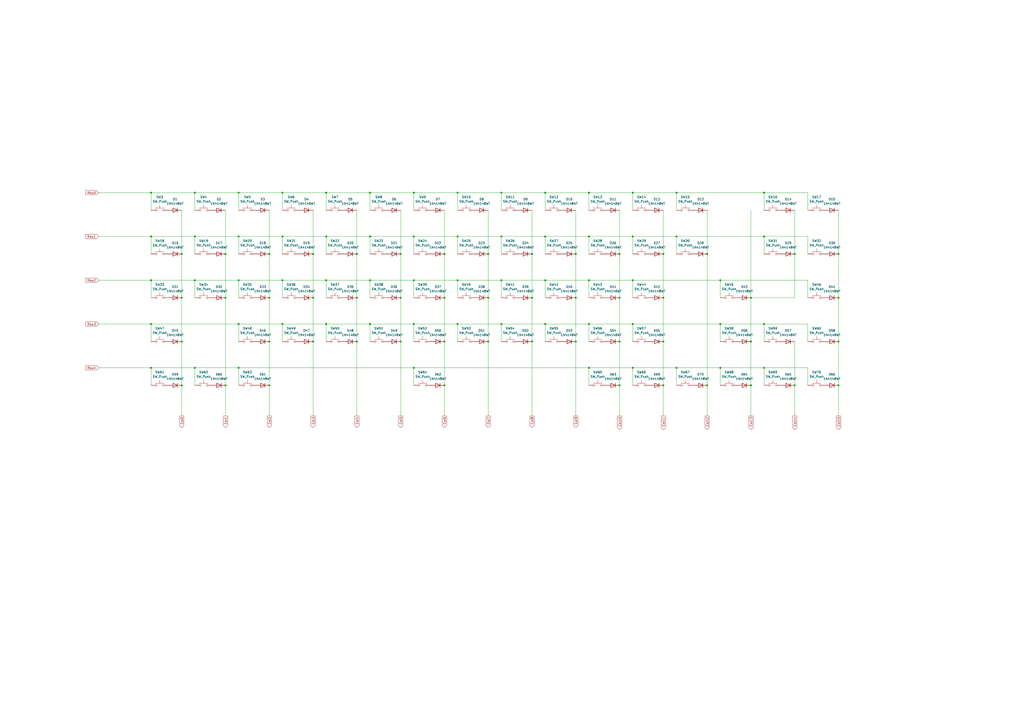
<source format=kicad_sch>
(kicad_sch (version 20231120) (generator "eeschema") (generator_version "8.0")
  (paper "A2")
  (junction (at 308.61 147.32))
  (junction (at 341.63 111.76))
  (junction (at 240.03 137.16))
  (junction (at 392.43 111.76))
  (junction (at 130.81 147.32))
  (junction (at 308.61 172.72))
  (junction (at 232.41 172.72))
  (junction (at 359.41 147.32))
  (junction (at 290.83 111.76))
  (junction (at 367.03 162.56))
  (junction (at 163.83 137.16))
  (junction (at 316.23 137.16))
  (junction (at 240.03 162.56))
  (junction (at 240.03 213.36))
  (junction (at 181.61 147.32))
  (junction (at 163.83 162.56))
  (junction (at 214.63 162.56))
  (junction (at 486.41 147.32))
  (junction (at 156.21 147.32))
  (junction (at 486.41 198.12))
  (junction (at 138.43 162.56))
  (junction (at 156.21 198.12))
  (junction (at 130.81 172.72))
  (junction (at 435.61 172.72))
  (junction (at 392.43 213.36))
  (junction (at 181.61 172.72))
  (junction (at 486.41 223.52))
  (junction (at 105.41 172.72))
  (junction (at 359.41 198.12))
  (junction (at 367.03 137.16))
  (junction (at 87.63 213.36))
  (junction (at 113.03 162.56))
  (junction (at 156.21 172.72))
  (junction (at 189.23 162.56))
  (junction (at 334.01 172.72))
  (junction (at 384.81 198.12))
  (junction (at 240.03 111.76))
  (junction (at 316.23 187.96))
  (junction (at 290.83 187.96))
  (junction (at 435.61 223.52))
  (junction (at 189.23 187.96))
  (junction (at 265.43 111.76))
  (junction (at 232.41 198.12))
  (junction (at 283.21 147.32))
  (junction (at 367.03 213.36))
  (junction (at 290.83 162.56))
  (junction (at 207.01 147.32))
  (junction (at 410.21 147.32))
  (junction (at 341.63 137.16))
  (junction (at 334.01 147.32))
  (junction (at 341.63 213.36))
  (junction (at 341.63 162.56))
  (junction (at 283.21 198.12))
  (junction (at 265.43 137.16))
  (junction (at 214.63 137.16))
  (junction (at 138.43 111.76))
  (junction (at 113.03 137.16))
  (junction (at 461.01 223.52))
  (junction (at 105.41 223.52))
  (junction (at 410.21 223.52))
  (junction (at 334.01 198.12))
  (junction (at 367.03 111.76))
  (junction (at 443.23 187.96))
  (junction (at 316.23 111.76))
  (junction (at 214.63 111.76))
  (junction (at 163.83 187.96))
  (junction (at 207.01 198.12))
  (junction (at 435.61 198.12))
  (junction (at 189.23 137.16))
  (junction (at 87.63 162.56))
  (junction (at 384.81 172.72))
  (junction (at 308.61 198.12))
  (junction (at 138.43 213.36))
  (junction (at 257.81 147.32))
  (junction (at 417.83 187.96))
  (junction (at 257.81 198.12))
  (junction (at 87.63 137.16))
  (junction (at 486.41 172.72))
  (junction (at 138.43 137.16))
  (junction (at 189.23 111.76))
  (junction (at 87.63 111.76))
  (junction (at 232.41 147.32))
  (junction (at 384.81 147.32))
  (junction (at 461.01 147.32))
  (junction (at 359.41 172.72))
  (junction (at 417.83 213.36))
  (junction (at 163.83 111.76))
  (junction (at 265.43 187.96))
  (junction (at 443.23 137.16))
  (junction (at 181.61 198.12))
  (junction (at 138.43 187.96))
  (junction (at 392.43 137.16))
  (junction (at 130.81 223.52))
  (junction (at 316.23 162.56))
  (junction (at 113.03 213.36))
  (junction (at 359.41 223.52))
  (junction (at 367.03 187.96))
  (junction (at 257.81 172.72))
  (junction (at 105.41 147.32))
  (junction (at 113.03 111.76))
  (junction (at 417.83 162.56))
  (junction (at 105.41 198.12))
  (junction (at 443.23 213.36))
  (junction (at 240.03 187.96))
  (junction (at 443.23 111.76))
  (junction (at 207.01 172.72))
  (junction (at 214.63 187.96))
  (junction (at 87.63 187.96))
  (junction (at 257.81 223.52))
  (junction (at 384.81 223.52))
  (junction (at 341.63 187.96))
  (junction (at 283.21 172.72))
  (junction (at 290.83 137.16))
  (junction (at 156.21 223.52))
  (junction (at 265.43 162.56))
  (wire (pts (xy 189.23 111.76) (xy 214.63 111.76)))
  (wire (pts (xy 113.03 162.56) (xy 138.43 162.56)))
  (wire (pts (xy 57.15 162.56) (xy 87.63 162.56)))
  (wire (pts (xy 367.03 137.16) (xy 367.03 147.32)))
  (wire (pts (xy 435.61 121.92) (xy 435.61 172.72)))
  (wire (pts (xy 87.63 187.96) (xy 138.43 187.96)))
  (wire (pts (xy 417.83 213.36) (xy 443.23 213.36)))
  (wire (pts (xy 257.81 223.52) (xy 257.81 241.3)))
  (wire (pts (xy 308.61 172.72) (xy 308.61 198.12)))
  (wire (pts (xy 189.23 187.96) (xy 214.63 187.96)))
  (wire (pts (xy 461.01 198.12) (xy 461.01 223.52)))
  (wire (pts (xy 410.21 147.32) (xy 410.21 223.52)))
  (wire (pts (xy 214.63 137.16) (xy 240.03 137.16)))
  (wire (pts (xy 486.41 198.12) (xy 486.41 223.52)))
  (wire (pts (xy 189.23 137.16) (xy 214.63 137.16)))
  (wire (pts (xy 417.83 213.36) (xy 417.83 223.52)))
  (wire (pts (xy 257.81 121.92) (xy 257.81 147.32)))
  (wire (pts (xy 290.83 137.16) (xy 290.83 147.32)))
  (wire (pts (xy 461.01 147.32) (xy 461.01 172.72)))
  (wire (pts (xy 156.21 147.32) (xy 156.21 172.72)))
  (wire (pts (xy 486.41 147.32) (xy 486.41 172.72)))
  (wire (pts (xy 461.01 223.52) (xy 461.01 241.3)))
  (wire (pts (xy 240.03 137.16) (xy 265.43 137.16)))
  (wire (pts (xy 468.63 187.96) (xy 468.63 198.12)))
  (wire (pts (xy 189.23 111.76) (xy 189.23 121.92)))
  (wire (pts (xy 367.03 187.96) (xy 367.03 198.12)))
  (wire (pts (xy 290.83 162.56) (xy 316.23 162.56)))
  (wire (pts (xy 367.03 187.96) (xy 417.83 187.96)))
  (wire (pts (xy 417.83 162.56) (xy 468.63 162.56)))
  (wire (pts (xy 359.41 147.32) (xy 359.41 172.72)))
  (wire (pts (xy 138.43 213.36) (xy 240.03 213.36)))
  (wire (pts (xy 87.63 111.76) (xy 113.03 111.76)))
  (wire (pts (xy 138.43 213.36) (xy 138.43 223.52)))
  (wire (pts (xy 214.63 137.16) (xy 214.63 147.32)))
  (wire (pts (xy 57.15 137.16) (xy 87.63 137.16)))
  (wire (pts (xy 87.63 213.36) (xy 87.63 223.52)))
  (wire (pts (xy 214.63 162.56) (xy 214.63 172.72)))
  (wire (pts (xy 138.43 111.76) (xy 138.43 121.92)))
  (wire (pts (xy 367.03 111.76) (xy 392.43 111.76)))
  (wire (pts (xy 113.03 213.36) (xy 113.03 223.52)))
  (wire (pts (xy 214.63 162.56) (xy 240.03 162.56)))
  (wire (pts (xy 214.63 111.76) (xy 214.63 121.92)))
  (wire (pts (xy 417.83 162.56) (xy 417.83 172.72)))
  (wire (pts (xy 468.63 162.56) (xy 468.63 172.72)))
  (wire (pts (xy 384.81 121.92) (xy 384.81 147.32)))
  (wire (pts (xy 265.43 187.96) (xy 290.83 187.96)))
  (wire (pts (xy 283.21 147.32) (xy 283.21 172.72)))
  (wire (pts (xy 163.83 162.56) (xy 189.23 162.56)))
  (wire (pts (xy 341.63 213.36) (xy 367.03 213.36)))
  (wire (pts (xy 384.81 198.12) (xy 384.81 223.52)))
  (wire (pts (xy 410.21 121.92) (xy 410.21 147.32)))
  (wire (pts (xy 316.23 187.96) (xy 316.23 198.12)))
  (wire (pts (xy 232.41 198.12) (xy 232.41 241.3)))
  (wire (pts (xy 214.63 187.96) (xy 214.63 198.12)))
  (wire (pts (xy 341.63 187.96) (xy 367.03 187.96)))
  (wire (pts (xy 359.41 223.52) (xy 359.41 241.3)))
  (wire (pts (xy 189.23 137.16) (xy 189.23 147.32)))
  (wire (pts (xy 113.03 137.16) (xy 138.43 137.16)))
  (wire (pts (xy 113.03 213.36) (xy 138.43 213.36)))
  (wire (pts (xy 316.23 162.56) (xy 341.63 162.56)))
  (wire (pts (xy 207.01 121.92) (xy 207.01 147.32)))
  (wire (pts (xy 392.43 111.76) (xy 392.43 121.92)))
  (wire (pts (xy 105.41 121.92) (xy 105.41 147.32)))
  (wire (pts (xy 334.01 172.72) (xy 334.01 198.12)))
  (wire (pts (xy 130.81 172.72) (xy 130.81 223.52)))
  (wire (pts (xy 87.63 111.76) (xy 87.63 121.92)))
  (wire (pts (xy 461.01 121.92) (xy 461.01 147.32)))
  (wire (pts (xy 130.81 223.52) (xy 130.81 241.3)))
  (wire (pts (xy 189.23 187.96) (xy 189.23 198.12)))
  (wire (pts (xy 232.41 147.32) (xy 232.41 172.72)))
  (wire (pts (xy 189.23 162.56) (xy 214.63 162.56)))
  (wire (pts (xy 334.01 121.92) (xy 334.01 147.32)))
  (wire (pts (xy 359.41 198.12) (xy 359.41 223.52)))
  (wire (pts (xy 113.03 137.16) (xy 113.03 147.32)))
  (wire (pts (xy 443.23 111.76) (xy 468.63 111.76)))
  (wire (pts (xy 367.03 111.76) (xy 367.03 121.92)))
  (wire (pts (xy 257.81 172.72) (xy 257.81 198.12)))
  (wire (pts (xy 341.63 162.56) (xy 367.03 162.56)))
  (wire (pts (xy 240.03 162.56) (xy 265.43 162.56)))
  (wire (pts (xy 105.41 198.12) (xy 105.41 223.52)))
  (wire (pts (xy 265.43 111.76) (xy 290.83 111.76)))
  (wire (pts (xy 384.81 172.72) (xy 384.81 198.12)))
  (wire (pts (xy 316.23 111.76) (xy 316.23 121.92)))
  (wire (pts (xy 341.63 213.36) (xy 341.63 223.52)))
  (wire (pts (xy 257.81 147.32) (xy 257.81 172.72)))
  (wire (pts (xy 138.43 111.76) (xy 163.83 111.76)))
  (wire (pts (xy 359.41 121.92) (xy 359.41 147.32)))
  (wire (pts (xy 290.83 162.56) (xy 290.83 172.72)))
  (wire (pts (xy 367.03 213.36) (xy 392.43 213.36)))
  (wire (pts (xy 435.61 172.72) (xy 435.61 198.12)))
  (wire (pts (xy 290.83 187.96) (xy 290.83 198.12)))
  (wire (pts (xy 443.23 137.16) (xy 468.63 137.16)))
  (wire (pts (xy 138.43 137.16) (xy 163.83 137.16)))
  (wire (pts (xy 57.15 111.76) (xy 87.63 111.76)))
  (wire (pts (xy 113.03 111.76) (xy 138.43 111.76)))
  (wire (pts (xy 207.01 147.32) (xy 207.01 172.72)))
  (wire (pts (xy 87.63 162.56) (xy 113.03 162.56)))
  (wire (pts (xy 232.41 121.92) (xy 232.41 147.32)))
  (wire (pts (xy 468.63 137.16) (xy 468.63 147.32)))
  (wire (pts (xy 163.83 137.16) (xy 163.83 147.32)))
  (wire (pts (xy 87.63 213.36) (xy 113.03 213.36)))
  (wire (pts (xy 189.23 162.56) (xy 189.23 172.72)))
  (wire (pts (xy 341.63 187.96) (xy 341.63 198.12)))
  (wire (pts (xy 240.03 137.16) (xy 240.03 147.32)))
  (wire (pts (xy 308.61 147.32) (xy 308.61 172.72)))
  (wire (pts (xy 410.21 223.52) (xy 410.21 241.3)))
  (wire (pts (xy 384.81 147.32) (xy 384.81 172.72)))
  (wire (pts (xy 290.83 137.16) (xy 316.23 137.16)))
  (wire (pts (xy 341.63 137.16) (xy 341.63 147.32)))
  (wire (pts (xy 138.43 162.56) (xy 138.43 172.72)))
  (wire (pts (xy 87.63 162.56) (xy 87.63 172.72)))
  (wire (pts (xy 392.43 137.16) (xy 443.23 137.16)))
  (wire (pts (xy 435.61 198.12) (xy 435.61 223.52)))
  (wire (pts (xy 486.41 121.92) (xy 486.41 147.32)))
  (wire (pts (xy 290.83 111.76) (xy 290.83 121.92)))
  (wire (pts (xy 367.03 137.16) (xy 392.43 137.16)))
  (wire (pts (xy 257.81 198.12) (xy 257.81 223.52)))
  (wire (pts (xy 207.01 198.12) (xy 207.01 241.3)))
  (wire (pts (xy 156.21 172.72) (xy 156.21 198.12)))
  (wire (pts (xy 384.81 223.52) (xy 384.81 241.3)))
  (wire (pts (xy 240.03 187.96) (xy 240.03 198.12)))
  (wire (pts (xy 468.63 213.36) (xy 468.63 223.52)))
  (wire (pts (xy 265.43 137.16) (xy 290.83 137.16)))
  (wire (pts (xy 334.01 147.32) (xy 334.01 172.72)))
  (wire (pts (xy 130.81 121.92) (xy 130.81 147.32)))
  (wire (pts (xy 341.63 162.56) (xy 341.63 172.72)))
  (wire (pts (xy 283.21 172.72) (xy 283.21 198.12)))
  (wire (pts (xy 240.03 111.76) (xy 240.03 121.92)))
  (wire (pts (xy 57.15 187.96) (xy 87.63 187.96)))
  (wire (pts (xy 138.43 187.96) (xy 138.43 198.12)))
  (wire (pts (xy 163.83 162.56) (xy 163.83 172.72)))
  (wire (pts (xy 443.23 213.36) (xy 443.23 223.52)))
  (wire (pts (xy 181.61 172.72) (xy 181.61 198.12)))
  (wire (pts (xy 232.41 172.72) (xy 232.41 198.12)))
  (wire (pts (xy 435.61 172.72) (xy 461.01 172.72)))
  (wire (pts (xy 87.63 187.96) (xy 87.63 198.12)))
  (wire (pts (xy 265.43 187.96) (xy 265.43 198.12)))
  (wire (pts (xy 316.23 111.76) (xy 341.63 111.76)))
  (wire (pts (xy 316.23 187.96) (xy 341.63 187.96)))
  (wire (pts (xy 105.41 172.72) (xy 105.41 198.12)))
  (wire (pts (xy 283.21 121.92) (xy 283.21 147.32)))
  (wire (pts (xy 240.03 162.56) (xy 240.03 172.72)))
  (wire (pts (xy 392.43 213.36) (xy 392.43 223.52)))
  (wire (pts (xy 308.61 198.12) (xy 308.61 241.3)))
  (wire (pts (xy 316.23 137.16) (xy 316.23 147.32)))
  (wire (pts (xy 240.03 187.96) (xy 265.43 187.96)))
  (wire (pts (xy 163.83 187.96) (xy 163.83 198.12)))
  (wire (pts (xy 156.21 198.12) (xy 156.21 223.52)))
  (wire (pts (xy 57.15 213.36) (xy 87.63 213.36)))
  (wire (pts (xy 113.03 162.56) (xy 113.03 172.72)))
  (wire (pts (xy 207.01 172.72) (xy 207.01 198.12)))
  (wire (pts (xy 359.41 172.72) (xy 359.41 198.12)))
  (wire (pts (xy 443.23 187.96) (xy 468.63 187.96)))
  (wire (pts (xy 138.43 187.96) (xy 163.83 187.96)))
  (wire (pts (xy 181.61 198.12) (xy 181.61 241.3)))
  (wire (pts (xy 486.41 223.52) (xy 486.41 241.3)))
  (wire (pts (xy 113.03 111.76) (xy 113.03 121.92)))
  (wire (pts (xy 105.41 147.32) (xy 105.41 172.72)))
  (wire (pts (xy 163.83 187.96) (xy 189.23 187.96)))
  (wire (pts (xy 87.63 137.16) (xy 87.63 147.32)))
  (wire (pts (xy 417.83 187.96) (xy 443.23 187.96)))
  (wire (pts (xy 265.43 111.76) (xy 265.43 121.92)))
  (wire (pts (xy 163.83 111.76) (xy 189.23 111.76)))
  (wire (pts (xy 240.03 213.36) (xy 240.03 223.52)))
  (wire (pts (xy 130.81 147.32) (xy 130.81 172.72)))
  (wire (pts (xy 392.43 213.36) (xy 417.83 213.36)))
  (wire (pts (xy 163.83 111.76) (xy 163.83 121.92)))
  (wire (pts (xy 443.23 137.16) (xy 443.23 147.32)))
  (wire (pts (xy 341.63 111.76) (xy 367.03 111.76)))
  (wire (pts (xy 181.61 147.32) (xy 181.61 172.72)))
  (wire (pts (xy 87.63 137.16) (xy 113.03 137.16)))
  (wire (pts (xy 392.43 137.16) (xy 392.43 147.32)))
  (wire (pts (xy 105.41 223.52) (xy 105.41 241.3)))
  (wire (pts (xy 240.03 213.36) (xy 341.63 213.36)))
  (wire (pts (xy 367.03 213.36) (xy 367.03 223.52)))
  (wire (pts (xy 392.43 111.76) (xy 443.23 111.76)))
  (wire (pts (xy 486.41 172.72) (xy 486.41 198.12)))
  (wire (pts (xy 156.21 223.52) (xy 156.21 241.3)))
  (wire (pts (xy 468.63 111.76) (xy 468.63 121.92)))
  (wire (pts (xy 367.03 162.56) (xy 417.83 162.56)))
  (wire (pts (xy 156.21 121.92) (xy 156.21 147.32)))
  (wire (pts (xy 283.21 198.12) (xy 283.21 241.3)))
  (wire (pts (xy 334.01 198.12) (xy 334.01 241.3)))
  (wire (pts (xy 240.03 111.76) (xy 265.43 111.76)))
  (wire (pts (xy 265.43 162.56) (xy 290.83 162.56)))
  (wire (pts (xy 435.61 223.52) (xy 435.61 241.3)))
  (wire (pts (xy 443.23 187.96) (xy 443.23 198.12)))
  (wire (pts (xy 163.83 137.16) (xy 189.23 137.16)))
  (wire (pts (xy 443.23 111.76) (xy 443.23 121.92)))
  (wire (pts (xy 316.23 137.16) (xy 341.63 137.16)))
  (wire (pts (xy 214.63 111.76) (xy 240.03 111.76)))
  (wire (pts (xy 138.43 137.16) (xy 138.43 147.32)))
  (wire (pts (xy 181.61 121.92) (xy 181.61 147.32)))
  (wire (pts (xy 214.63 187.96) (xy 240.03 187.96)))
  (wire (pts (xy 290.83 111.76) (xy 316.23 111.76)))
  (wire (pts (xy 341.63 111.76) (xy 341.63 121.92)))
  (wire (pts (xy 341.63 137.16) (xy 367.03 137.16)))
  (wire (pts (xy 417.83 187.96) (xy 417.83 198.12)))
  (wire (pts (xy 138.43 162.56) (xy 163.83 162.56)))
  (wire (pts (xy 367.03 162.56) (xy 367.03 172.72)))
  (wire (pts (xy 290.83 187.96) (xy 316.23 187.96)))
  (wire (pts (xy 265.43 162.56) (xy 265.43 172.72)))
  (wire (pts (xy 265.43 137.16) (xy 265.43 147.32)))
  (wire (pts (xy 316.23 162.56) (xy 316.23 172.72)))
  (wire (pts (xy 443.23 213.36) (xy 468.63 213.36)))
  (wire (pts (xy 308.61 121.92) (xy 308.61 147.32)))
  (global_label "Col3" (shape output) (at 181.61 241.3 270) (property "Intersheetrefs" "${INTERSHEET_REFS}" (effects (hide yes))))
  (global_label "Row1" (shape input) (at 57.15 137.16 180) (property "Intersheetrefs" "${INTERSHEET_REFS}" (effects (hide yes))))
  (global_label "Col6" (shape output) (at 257.81 241.3 270) (property "Intersheetrefs" "${INTERSHEET_REFS}" (effects (hide yes))))
  (global_label "Col8" (shape output) (at 308.61 241.3 270) (property "Intersheetrefs" "${INTERSHEET_REFS}" (effects (hide yes))))
  (global_label "Col1" (shape output) (at 130.81 241.3 270) (property "Intersheetrefs" "${INTERSHEET_REFS}" (effects (hide yes))))
  (global_label "Col13" (shape output) (at 435.61 241.3 270) (property "Intersheetrefs" "${INTERSHEET_REFS}" (effects (hide yes))))
  (global_label "Col2" (shape output) (at 156.21 241.3 270) (property "Intersheetrefs" "${INTERSHEET_REFS}" (effects (hide yes))))
  (global_label "Col5" (shape output) (at 232.41 241.3 270) (property "Intersheetrefs" "${INTERSHEET_REFS}" (effects (hide yes))))
  (global_label "Row2" (shape input) (at 57.15 162.56 180) (property "Intersheetrefs" "${INTERSHEET_REFS}" (effects (hide yes))))
  (global_label "Col12" (shape output) (at 410.21 241.3 270) (property "Intersheetrefs" "${INTERSHEET_REFS}" (effects (hide yes))))
  (global_label "Col9" (shape output) (at 334.01 241.3 270) (property "Intersheetrefs" "${INTERSHEET_REFS}" (effects (hide yes))))
  (global_label "Col7" (shape output) (at 283.21 241.3 270) (property "Intersheetrefs" "${INTERSHEET_REFS}" (effects (hide yes))))
  (global_label "Col15" (shape output) (at 486.41 241.3 270) (property "Intersheetrefs" "${INTERSHEET_REFS}" (effects (hide yes))))
  (global_label "Col4" (shape output) (at 207.01 241.3 270) (property "Intersheetrefs" "${INTERSHEET_REFS}" (effects (hide yes))))
  (global_label "Col10" (shape output) (at 359.41 241.3 270) (property "Intersheetrefs" "${INTERSHEET_REFS}" (effects (hide yes))))
  (global_label "Row0" (shape input) (at 57.15 111.76 180) (property "Intersheetrefs" "${INTERSHEET_REFS}" (effects (hide yes))))
  (global_label "Row3" (shape input) (at 57.15 187.96 180) (property "Intersheetrefs" "${INTERSHEET_REFS}" (effects (hide yes))))
  (global_label "Col14" (shape output) (at 461.01 241.3 270) (property "Intersheetrefs" "${INTERSHEET_REFS}" (effects (hide yes))))
  (global_label "Col0" (shape output) (at 105.41 241.3 270) (property "Intersheetrefs" "${INTERSHEET_REFS}" (effects (hide yes))))
  (global_label "Col11" (shape output) (at 384.81 241.3 270) (property "Intersheetrefs" "${INTERSHEET_REFS}" (effects (hide yes))))
  (global_label "Row4" (shape input) (at 57.15 213.36 180) (property "Intersheetrefs" "${INTERSHEET_REFS}" (effects (hide yes))))
  (symbol (lib_id "Diode:1N4148WT") (at 203.2 172.72 180) (unit 1)
    (property "Reference" "D35" (at 203.2 166.37 0))
    (property "Value" "1N4148WT" (at 203.2 168.91 0))
    (property "Footprint" "Diode_SMD:D_SOD-523" (effects (hide yes)))
    (property "Datasheet" "https://www.diodes.com/assets/Datasheets/ds30396.pdf" (effects (hide yes)))
    (property "Description" "75V 0.15A Fast switching Diode, SOD-523" (effects (hide yes)))
    (property "Sim.Device" "D" (effects (hide yes)))
    (property "Sim.Pins" "1=K 2=A" (effects (hide yes)))
  )
  (symbol (lib_id "Diode:1N4148WT") (at 381 172.72 180) (unit 1)
    (property "Reference" "D42" (at 381 166.37 0))
    (property "Value" "1N4148WT" (at 381 168.91 0))
    (property "Footprint" "Diode_SMD:D_SOD-523" (effects (hide yes)))
    (property "Datasheet" "https://www.diodes.com/assets/Datasheets/ds30396.pdf" (effects (hide yes)))
    (property "Description" "75V 0.15A Fast switching Diode, SOD-523" (effects (hide yes)))
    (property "Sim.Device" "D" (effects (hide yes)))
    (property "Sim.Pins" "1=K 2=A" (effects (hide yes)))
  )
  (symbol (lib_id "Diode:1N4148WT") (at 101.6 121.92 180) (unit 1)
    (property "Reference" "D1" (at 101.6 115.57 0))
    (property "Value" "1N4148WT" (at 101.6 118.11 0))
    (property "Footprint" "Diode_SMD:D_SOD-523" (effects (hide yes)))
    (property "Datasheet" "https://www.diodes.com/assets/Datasheets/ds30396.pdf" (effects (hide yes)))
    (property "Description" "75V 0.15A Fast switching Diode, SOD-523" (effects (hide yes)))
    (property "Sim.Device" "D" (effects (hide yes)))
    (property "Sim.Pins" "1=K 2=A" (effects (hide yes)))
  )
  (symbol (lib_id "Diode:1N4148WT") (at 457.2 121.92 180) (unit 1)
    (property "Reference" "D14" (at 457.2 115.57 0))
    (property "Value" "1N4148WT" (at 457.2 118.11 0))
    (property "Footprint" "Diode_SMD:D_SOD-523" (effects (hide yes)))
    (property "Datasheet" "https://www.diodes.com/assets/Datasheets/ds30396.pdf" (effects (hide yes)))
    (property "Description" "75V 0.15A Fast switching Diode, SOD-523" (effects (hide yes)))
    (property "Sim.Device" "D" (effects (hide yes)))
    (property "Sim.Pins" "1=K 2=A" (effects (hide yes)))
  )
  (symbol (lib_id "Diode:1N4148WT") (at 279.4 147.32 180) (unit 1)
    (property "Reference" "D23" (at 279.4 140.97 0))
    (property "Value" "1N4148WT" (at 279.4 143.51 0))
    (property "Footprint" "Diode_SMD:D_SOD-523" (effects (hide yes)))
    (property "Datasheet" "https://www.diodes.com/assets/Datasheets/ds30396.pdf" (effects (hide yes)))
    (property "Description" "75V 0.15A Fast switching Diode, SOD-523" (effects (hide yes)))
    (property "Sim.Device" "D" (effects (hide yes)))
    (property "Sim.Pins" "1=K 2=A" (effects (hide yes)))
  )
  (symbol (lib_id "Diode:1N4148WT") (at 431.8 198.12 180) (unit 1)
    (property "Reference" "D56" (at 431.8 191.77 0))
    (property "Value" "1N4148WT" (at 431.8 194.31 0))
    (property "Footprint" "Diode_SMD:D_SOD-523" (effects (hide yes)))
    (property "Datasheet" "https://www.diodes.com/assets/Datasheets/ds30396.pdf" (effects (hide yes)))
    (property "Description" "75V 0.15A Fast switching Diode, SOD-523" (effects (hide yes)))
    (property "Sim.Device" "D" (effects (hide yes)))
    (property "Sim.Pins" "1=K 2=A" (effects (hide yes)))
  )
  (symbol (lib_id "Diode:1N4148WT") (at 355.6 172.72 180) (unit 1)
    (property "Reference" "D41" (at 355.6 166.37 0))
    (property "Value" "1N4148WT" (at 355.6 168.91 0))
    (property "Footprint" "Diode_SMD:D_SOD-523" (effects (hide yes)))
    (property "Datasheet" "https://www.diodes.com/assets/Datasheets/ds30396.pdf" (effects (hide yes)))
    (property "Description" "75V 0.15A Fast switching Diode, SOD-523" (effects (hide yes)))
    (property "Sim.Device" "D" (effects (hide yes)))
    (property "Sim.Pins" "1=K 2=A" (effects (hide yes)))
  )
  (symbol (lib_id "Switch:SW_Push") (at 397.51 147.32 0) (unit 1)
    (property "Reference" "SW30" (at 397.51 139.7 0))
    (property "Value" "SW_Push" (at 397.51 142.24 0))
    (property "Footprint" "Button_Switch_Keyboard:SW_Cherry_MX_1.00u_PCB" (effects (hide yes)))
    (property "Description" "Push button switch, generic, two pins" (effects (hide yes)))
  )
  (symbol (lib_id "Switch:SW_Push") (at 473.71 121.92 0) (unit 1)
    (property "Reference" "SW17" (at 473.71 114.3 0))
    (property "Value" "SW_Push" (at 473.71 116.84 0))
    (property "Footprint" "Button_Switch_Keyboard:SW_Cherry_MX_1.00u_PCB" (effects (hide yes)))
    (property "Description" "Push button switch, generic, two pins" (effects (hide yes)))
  )
  (symbol (lib_id "Diode:1N4148WT") (at 381 198.12 180) (unit 1)
    (property "Reference" "D55" (at 381 191.77 0))
    (property "Value" "1N4148WT" (at 381 194.31 0))
    (property "Footprint" "Diode_SMD:D_SOD-523" (effects (hide yes)))
    (property "Datasheet" "https://www.diodes.com/assets/Datasheets/ds30396.pdf" (effects (hide yes)))
    (property "Description" "75V 0.15A Fast switching Diode, SOD-523" (effects (hide yes)))
    (property "Sim.Device" "D" (effects (hide yes)))
    (property "Sim.Pins" "1=K 2=A" (effects (hide yes)))
  )
  (symbol (lib_id "Switch:SW_Push") (at 92.71 147.32 0) (unit 1)
    (property "Reference" "SW18" (at 92.71 139.7 0))
    (property "Value" "SW_Push" (at 92.71 142.24 0))
    (property "Footprint" "Button_Switch_Keyboard:SW_Cherry_MX_1.50u_PCB" (effects (hide yes)))
    (property "Description" "Push button switch, generic, two pins" (effects (hide yes)))
  )
  (symbol (lib_id "Diode:1N4148WT") (at 101.6 223.52 180) (unit 1)
    (property "Reference" "D59" (at 101.6 217.17 0))
    (property "Value" "1N4148WT" (at 101.6 219.71 0))
    (property "Footprint" "Diode_SMD:D_SOD-523" (effects (hide yes)))
    (property "Datasheet" "https://www.diodes.com/assets/Datasheets/ds30396.pdf" (effects (hide yes)))
    (property "Description" "75V 0.15A Fast switching Diode, SOD-523" (effects (hide yes)))
    (property "Sim.Device" "D" (effects (hide yes)))
    (property "Sim.Pins" "1=K 2=A" (effects (hide yes)))
  )
  (symbol (lib_id "Switch:SW_Push") (at 92.71 223.52 0) (unit 1)
    (property "Reference" "SW61" (at 92.71 215.9 0))
    (property "Value" "SW_Push" (at 92.71 218.44 0))
    (property "Footprint" "Button_Switch_Keyboard:SW_Cherry_MX_1.25u_PCB" (effects (hide yes)))
    (property "Description" "Push button switch, generic, two pins" (effects (hide yes)))
  )
  (symbol (lib_id "Diode:1N4148WT") (at 431.8 223.52 180) (unit 1)
    (property "Reference" "D64" (at 431.8 217.17 0))
    (property "Value" "1N4148WT" (at 431.8 219.71 0))
    (property "Footprint" "Diode_SMD:D_SOD-523" (effects (hide yes)))
    (property "Datasheet" "https://www.diodes.com/assets/Datasheets/ds30396.pdf" (effects (hide yes)))
    (property "Description" "75V 0.15A Fast switching Diode, SOD-523" (effects (hide yes)))
    (property "Sim.Device" "D" (effects (hide yes)))
    (property "Sim.Pins" "1=K 2=A" (effects (hide yes)))
  )
  (symbol (lib_id "Diode:1N4148WT") (at 152.4 198.12 180) (unit 1)
    (property "Reference" "D46" (at 152.4 191.77 0))
    (property "Value" "1N4148WT" (at 152.4 194.31 0))
    (property "Footprint" "Diode_SMD:D_SOD-523" (effects (hide yes)))
    (property "Datasheet" "https://www.diodes.com/assets/Datasheets/ds30396.pdf" (effects (hide yes)))
    (property "Description" "75V 0.15A Fast switching Diode, SOD-523" (effects (hide yes)))
    (property "Sim.Device" "D" (effects (hide yes)))
    (property "Sim.Pins" "1=K 2=A" (effects (hide yes)))
  )
  (symbol (lib_id "Switch:SW_Push") (at 346.71 121.92 0) (unit 1)
    (property "Reference" "SW13" (at 346.71 114.3 0))
    (property "Value" "SW_Push" (at 346.71 116.84 0))
    (property "Footprint" "Button_Switch_Keyboard:SW_Cherry_MX_1.00u_PCB" (effects (hide yes)))
    (property "Description" "Push button switch, generic, two pins" (effects (hide yes)))
  )
  (symbol (lib_id "Diode:1N4148WT") (at 101.6 198.12 180) (unit 1)
    (property "Reference" "D45" (at 101.6 191.77 0))
    (property "Value" "1N4148WT" (at 101.6 194.31 0))
    (property "Footprint" "Diode_SMD:D_SOD-523" (effects (hide yes)))
    (property "Datasheet" "https://www.diodes.com/assets/Datasheets/ds30396.pdf" (effects (hide yes)))
    (property "Description" "75V 0.15A Fast switching Diode, SOD-523" (effects (hide yes)))
    (property "Sim.Device" "D" (effects (hide yes)))
    (property "Sim.Pins" "1=K 2=A" (effects (hide yes)))
  )
  (symbol (lib_id "Diode:1N4148WT") (at 254 172.72 180) (unit 1)
    (property "Reference" "D37" (at 254 166.37 0))
    (property "Value" "1N4148WT" (at 254 168.91 0))
    (property "Footprint" "Diode_SMD:D_SOD-523" (effects (hide yes)))
    (property "Datasheet" "https://www.diodes.com/assets/Datasheets/ds30396.pdf" (effects (hide yes)))
    (property "Description" "75V 0.15A Fast switching Diode, SOD-523" (effects (hide yes)))
    (property "Sim.Device" "D" (effects (hide yes)))
    (property "Sim.Pins" "1=K 2=A" (effects (hide yes)))
  )
  (symbol (lib_id "Diode:1N4148WT") (at 203.2 198.12 180) (unit 1)
    (property "Reference" "D48" (at 203.2 191.77 0))
    (property "Value" "1N4148WT" (at 203.2 194.31 0))
    (property "Footprint" "Diode_SMD:D_SOD-523" (effects (hide yes)))
    (property "Datasheet" "https://www.diodes.com/assets/Datasheets/ds30396.pdf" (effects (hide yes)))
    (property "Description" "75V 0.15A Fast switching Diode, SOD-523" (effects (hide yes)))
    (property "Sim.Device" "D" (effects (hide yes)))
    (property "Sim.Pins" "1=K 2=A" (effects (hide yes)))
  )
  (symbol (lib_id "Switch:SW_Push") (at 92.71 121.92 0) (unit 1)
    (property "Reference" "SW3" (at 92.71 114.3 0))
    (property "Value" "SW_Push" (at 92.71 116.84 0))
    (property "Footprint" "Button_Switch_Keyboard:SW_Cherry_MX_1.00u_PCB" (effects (hide yes)))
    (property "Description" "Push button switch, generic, two pins" (effects (hide yes)))
  )
  (symbol (lib_id "Diode:1N4148WT") (at 330.2 147.32 180) (unit 1)
    (property "Reference" "D25" (at 330.2 140.97 0))
    (property "Value" "1N4148WT" (at 330.2 143.51 0))
    (property "Footprint" "Diode_SMD:D_SOD-523" (effects (hide yes)))
    (property "Datasheet" "https://www.diodes.com/assets/Datasheets/ds30396.pdf" (effects (hide yes)))
    (property "Description" "75V 0.15A Fast switching Diode, SOD-523" (effects (hide yes)))
    (property "Sim.Device" "D" (effects (hide yes)))
    (property "Sim.Pins" "1=K 2=A" (effects (hide yes)))
  )
  (symbol (lib_id "Diode:1N4148WT") (at 228.6 147.32 180) (unit 1)
    (property "Reference" "D21" (at 228.6 140.97 0))
    (property "Value" "1N4148WT" (at 228.6 143.51 0))
    (property "Footprint" "Diode_SMD:D_SOD-523" (effects (hide yes)))
    (property "Datasheet" "https://www.diodes.com/assets/Datasheets/ds30396.pdf" (effects (hide yes)))
    (property "Description" "75V 0.15A Fast switching Diode, SOD-523" (effects (hide yes)))
    (property "Sim.Device" "D" (effects (hide yes)))
    (property "Sim.Pins" "1=K 2=A" (effects (hide yes)))
  )
  (symbol (lib_id "Diode:1N4148WT") (at 228.6 121.92 180) (unit 1)
    (property "Reference" "D6" (at 228.6 115.57 0))
    (property "Value" "1N4148WT" (at 228.6 118.11 0))
    (property "Footprint" "Diode_SMD:D_SOD-523" (effects (hide yes)))
    (property "Datasheet" "https://www.diodes.com/assets/Datasheets/ds30396.pdf" (effects (hide yes)))
    (property "Description" "75V 0.15A Fast switching Diode, SOD-523" (effects (hide yes)))
    (property "Sim.Device" "D" (effects (hide yes)))
    (property "Sim.Pins" "1=K 2=A" (effects (hide yes)))
  )
  (symbol (lib_id "Switch:SW_Push") (at 422.91 223.52 0) (unit 1)
    (property "Reference" "SW68" (at 422.91 215.9 0))
    (property "Value" "SW_Push" (at 422.91 218.44 0))
    (property "Footprint" "Button_Switch_Keyboard:SW_Cherry_MX_1.00u_PCB" (effects (hide yes)))
    (property "Description" "Push button switch, generic, two pins" (effects (hide yes)))
  )
  (symbol (lib_id "Diode:1N4148WT") (at 406.4 147.32 180) (unit 1)
    (property "Reference" "D28" (at 406.4 140.97 0))
    (property "Value" "1N4148WT" (at 406.4 143.51 0))
    (property "Footprint" "Diode_SMD:D_SOD-523" (effects (hide yes)))
    (property "Datasheet" "https://www.diodes.com/assets/Datasheets/ds30396.pdf" (effects (hide yes)))
    (property "Description" "75V 0.15A Fast switching Diode, SOD-523" (effects (hide yes)))
    (property "Sim.Device" "D" (effects (hide yes)))
    (property "Sim.Pins" "1=K 2=A" (effects (hide yes)))
  )
  (symbol (lib_id "Switch:SW_Push") (at 194.31 147.32 0) (unit 1)
    (property "Reference" "SW22" (at 194.31 139.7 0))
    (property "Value" "SW_Push" (at 194.31 142.24 0))
    (property "Footprint" "Button_Switch_Keyboard:SW_Cherry_MX_1.00u_PCB" (effects (hide yes)))
    (property "Description" "Push button switch, generic, two pins" (effects (hide yes)))
  )
  (symbol (lib_id "Switch:SW_Push") (at 92.71 198.12 0) (unit 1)
    (property "Reference" "SW47" (at 92.71 190.5 0))
    (property "Value" "SW_Push" (at 92.71 193.04 0))
    (property "Footprint" "Button_Switch_Keyboard:SW_Cherry_MX_2.25u_PCB" (effects (hide yes)))
    (property "Description" "Push button switch, generic, two pins" (effects (hide yes)))
  )
  (symbol (lib_id "Switch:SW_Push") (at 270.51 121.92 0) (unit 1)
    (property "Reference" "SW10" (at 270.51 114.3 0))
    (property "Value" "SW_Push" (at 270.51 116.84 0))
    (property "Footprint" "Button_Switch_Keyboard:SW_Cherry_MX_1.00u_PCB" (effects (hide yes)))
    (property "Description" "Push button switch, generic, two pins" (effects (hide yes)))
  )
  (symbol (lib_id "Diode:1N4148WT") (at 228.6 172.72 180) (unit 1)
    (property "Reference" "D36" (at 228.6 166.37 0))
    (property "Value" "1N4148WT" (at 228.6 168.91 0))
    (property "Footprint" "Diode_SMD:D_SOD-523" (effects (hide yes)))
    (property "Datasheet" "https://www.diodes.com/assets/Datasheets/ds30396.pdf" (effects (hide yes)))
    (property "Description" "75V 0.15A Fast switching Diode, SOD-523" (effects (hide yes)))
    (property "Sim.Device" "D" (effects (hide yes)))
    (property "Sim.Pins" "1=K 2=A" (effects (hide yes)))
  )
  (symbol (lib_id "Diode:1N4148WT") (at 457.2 147.32 180) (unit 1)
    (property "Reference" "D29" (at 457.2 140.97 0))
    (property "Value" "1N4148WT" (at 457.2 143.51 0))
    (property "Footprint" "Diode_SMD:D_SOD-523" (effects (hide yes)))
    (property "Datasheet" "https://www.diodes.com/assets/Datasheets/ds30396.pdf" (effects (hide yes)))
    (property "Description" "75V 0.15A Fast switching Diode, SOD-523" (effects (hide yes)))
    (property "Sim.Device" "D" (effects (hide yes)))
    (property "Sim.Pins" "1=K 2=A" (effects (hide yes)))
  )
  (symbol (lib_id "Diode:1N4148WT") (at 381 223.52 180) (unit 1)
    (property "Reference" "D69" (at 381 217.17 0))
    (property "Value" "1N4148WT" (at 381 219.71 0))
    (property "Footprint" "Diode_SMD:D_SOD-523" (effects (hide yes)))
    (property "Datasheet" "https://www.diodes.com/assets/Datasheets/ds30396.pdf" (effects (hide yes)))
    (property "Description" "75V 0.15A Fast switching Diode, SOD-523" (effects (hide yes)))
    (property "Sim.Device" "D" (effects (hide yes)))
    (property "Sim.Pins" "1=K 2=A" (effects (hide yes)))
  )
  (symbol (lib_id "Diode:1N4148WT") (at 152.4 147.32 180) (unit 1)
    (property "Reference" "D18" (at 152.4 140.97 0))
    (property "Value" "1N4148WT" (at 152.4 143.51 0))
    (property "Footprint" "Diode_SMD:D_SOD-523" (effects (hide yes)))
    (property "Datasheet" "https://www.diodes.com/assets/Datasheets/ds30396.pdf" (effects (hide yes)))
    (property "Description" "75V 0.15A Fast switching Diode, SOD-523" (effects (hide yes)))
    (property "Sim.Device" "D" (effects (hide yes)))
    (property "Sim.Pins" "1=K 2=A" (effects (hide yes)))
  )
  (symbol (lib_id "Diode:1N4148WT") (at 330.2 121.92 180) (unit 1)
    (property "Reference" "D10" (at 330.2 115.57 0))
    (property "Value" "1N4148WT" (at 330.2 118.11 0))
    (property "Footprint" "Diode_SMD:D_SOD-523" (effects (hide yes)))
    (property "Datasheet" "https://www.diodes.com/assets/Datasheets/ds30396.pdf" (effects (hide yes)))
    (property "Description" "75V 0.15A Fast switching Diode, SOD-523" (effects (hide yes)))
    (property "Sim.Device" "D" (effects (hide yes)))
    (property "Sim.Pins" "1=K 2=A" (effects (hide yes)))
  )
  (symbol (lib_id "Diode:1N4148WT") (at 482.6 223.52 180) (unit 1)
    (property "Reference" "D66" (at 482.6 217.17 0))
    (property "Value" "1N4148WT" (at 482.6 219.71 0))
    (property "Footprint" "Diode_SMD:D_SOD-523" (effects (hide yes)))
    (property "Datasheet" "https://www.diodes.com/assets/Datasheets/ds30396.pdf" (effects (hide yes)))
    (property "Description" "75V 0.15A Fast switching Diode, SOD-523" (effects (hide yes)))
    (property "Sim.Device" "D" (effects (hide yes)))
    (property "Sim.Pins" "1=K 2=A" (effects (hide yes)))
  )
  (symbol (lib_id "Diode:1N4148WT") (at 355.6 223.52 180) (unit 1)
    (property "Reference" "D63" (at 355.6 217.17 0))
    (property "Value" "1N4148WT" (at 355.6 219.71 0))
    (property "Footprint" "Diode_SMD:D_SOD-523" (effects (hide yes)))
    (property "Datasheet" "https://www.diodes.com/assets/Datasheets/ds30396.pdf" (effects (hide yes)))
    (property "Description" "75V 0.15A Fast switching Diode, SOD-523" (effects (hide yes)))
    (property "Sim.Device" "D" (effects (hide yes)))
    (property "Sim.Pins" "1=K 2=A" (effects (hide yes)))
  )
  (symbol (lib_id "Switch:SW_Push") (at 168.91 172.72 0) (unit 1)
    (property "Reference" "SW36" (at 168.91 165.1 0))
    (property "Value" "SW_Push" (at 168.91 167.64 0))
    (property "Footprint" "Button_Switch_Keyboard:SW_Cherry_MX_1.00u_PCB" (effects (hide yes)))
    (property "Description" "Push button switch, generic, two pins" (effects (hide yes)))
  )
  (symbol (lib_id "Switch:SW_Push") (at 245.11 147.32 0) (unit 1)
    (property "Reference" "SW24" (at 245.11 139.7 0))
    (property "Value" "SW_Push" (at 245.11 142.24 0))
    (property "Footprint" "Button_Switch_Keyboard:SW_Cherry_MX_1.00u_PCB" (effects (hide yes)))
    (property "Description" "Push button switch, generic, two pins" (effects (hide yes)))
  )
  (symbol (lib_id "Switch:SW_Push") (at 143.51 172.72 0) (unit 1)
    (property "Reference" "SW35" (at 143.51 165.1 0))
    (property "Value" "SW_Push" (at 143.51 167.64 0))
    (property "Footprint" "Button_Switch_Keyboard:SW_Cherry_MX_1.00u_PCB" (effects (hide yes)))
    (property "Description" "Push button switch, generic, two pins" (effects (hide yes)))
  )
  (symbol (lib_id "Switch:SW_Push") (at 295.91 147.32 0) (unit 1)
    (property "Reference" "SW26" (at 295.91 139.7 0))
    (property "Value" "SW_Push" (at 295.91 142.24 0))
    (property "Footprint" "Button_Switch_Keyboard:SW_Cherry_MX_1.00u_PCB" (effects (hide yes)))
    (property "Description" "Push button switch, generic, two pins" (effects (hide yes)))
  )
  (symbol (lib_id "Switch:SW_Push") (at 245.11 223.52 0) (unit 1)
    (property "Reference" "SW64" (at 245.11 215.9 0))
    (property "Value" "SW_Push" (at 245.11 218.44 0))
    (property "Footprint" "Button_Switch_Keyboard:SW_Cherry_MX_6.25u_PCB" (effects (hide yes)))
    (property "Description" "Push button switch, generic, two pins" (effects (hide yes)))
  )
  (symbol (lib_id "Diode:1N4148WT") (at 152.4 121.92 180) (unit 1)
    (property "Reference" "D3" (at 152.4 115.57 0))
    (property "Value" "1N4148WT" (at 152.4 118.11 0))
    (property "Footprint" "Diode_SMD:D_SOD-523" (effects (hide yes)))
    (property "Datasheet" "https://www.diodes.com/assets/Datasheets/ds30396.pdf" (effects (hide yes)))
    (property "Description" "75V 0.15A Fast switching Diode, SOD-523" (effects (hide yes)))
    (property "Sim.Device" "D" (effects (hide yes)))
    (property "Sim.Pins" "1=K 2=A" (effects (hide yes)))
  )
  (symbol (lib_id "Switch:SW_Push") (at 397.51 223.52 0) (unit 1)
    (property "Reference" "SW67" (at 397.51 215.9 0))
    (property "Value" "SW_Push" (at 397.51 218.44 0))
    (property "Footprint" "Button_Switch_Keyboard:SW_Cherry_MX_1.00u_PCB" (effects (hide yes)))
    (property "Description" "Push button switch, generic, two pins" (effects (hide yes)))
  )
  (symbol (lib_id "Switch:SW_Push") (at 321.31 147.32 0) (unit 1)
    (property "Reference" "SW27" (at 321.31 139.7 0))
    (property "Value" "SW_Push" (at 321.31 142.24 0))
    (property "Footprint" "Button_Switch_Keyboard:SW_Cherry_MX_1.00u_PCB" (effects (hide yes)))
    (property "Description" "Push button switch, generic, two pins" (effects (hide yes)))
  )
  (symbol (lib_id "Diode:1N4148WT") (at 482.6 172.72 180) (unit 1)
    (property "Reference" "D44" (at 482.6 166.37 0))
    (property "Value" "1N4148WT" (at 482.6 168.91 0))
    (property "Footprint" "Diode_SMD:D_SOD-523" (effects (hide yes)))
    (property "Datasheet" "https://www.diodes.com/assets/Datasheets/ds30396.pdf" (effects (hide yes)))
    (property "Description" "75V 0.15A Fast switching Diode, SOD-523" (effects (hide yes)))
    (property "Sim.Device" "D" (effects (hide yes)))
    (property "Sim.Pins" "1=K 2=A" (effects (hide yes)))
  )
  (symbol (lib_id "Switch:SW_Push") (at 422.91 198.12 0) (unit 1)
    (property "Reference" "SW58" (at 422.91 190.5 0))
    (property "Value" "SW_Push" (at 422.91 193.04 0))
    (property "Footprint" "PCM_Switch_Keyboard_Cherry_MX:SW_Cherry_MX_Plate_1.75u" (effects (hide yes)))
    (property "Description" "Push button switch, generic, two pins" (effects (hide yes)))
  )
  (symbol (lib_id "Switch:SW_Push") (at 397.51 121.92 0) (unit 1)
    (property "Reference" "SW15" (at 397.51 114.3 0))
    (property "Value" "SW_Push" (at 397.51 116.84 0))
    (property "Footprint" "Button_Switch_Keyboard:SW_Cherry_MX_1.00u_PCB" (effects (hide yes)))
    (property "Description" "Push button switch, generic, two pins" (effects (hide yes)))
  )
  (symbol (lib_id "Switch:SW_Push") (at 372.11 198.12 0) (unit 1)
    (property "Reference" "SW57" (at 372.11 190.5 0))
    (property "Value" "SW_Push" (at 372.11 193.04 0))
    (property "Footprint" "Button_Switch_Keyboard:SW_Cherry_MX_1.00u_PCB" (effects (hide yes)))
    (property "Description" "Push button switch, generic, two pins" (effects (hide yes)))
  )
  (symbol (lib_id "Switch:SW_Push") (at 270.51 172.72 0) (unit 1)
    (property "Reference" "SW40" (at 270.51 165.1 0))
    (property "Value" "SW_Push" (at 270.51 167.64 0))
    (property "Footprint" "Button_Switch_Keyboard:SW_Cherry_MX_1.00u_PCB" (effects (hide yes)))
    (property "Description" "Push button switch, generic, two pins" (effects (hide yes)))
  )
  (symbol (lib_id "Switch:SW_Push") (at 143.51 147.32 0) (unit 1)
    (property "Reference" "SW20" (at 143.51 139.7 0))
    (property "Value" "SW_Push" (at 143.51 142.24 0))
    (property "Footprint" "Button_Switch_Keyboard:SW_Cherry_MX_1.00u_PCB" (effects (hide yes)))
    (property "Description" "Push button switch, generic, two pins" (effects (hide yes)))
  )
  (symbol (lib_id "Switch:SW_Push") (at 245.11 198.12 0) (unit 1)
    (property "Reference" "SW52" (at 245.11 190.5 0))
    (property "Value" "SW_Push" (at 245.11 193.04 0))
    (property "Footprint" "Button_Switch_Keyboard:SW_Cherry_MX_1.00u_PCB" (effects (hide yes)))
    (property "Description" "Push button switch, generic, two pins" (effects (hide yes)))
  )
  (symbol (lib_id "Diode:1N4148WT") (at 254 147.32 180) (unit 1)
    (property "Reference" "D22" (at 254 140.97 0))
    (property "Value" "1N4148WT" (at 254 143.51 0))
    (property "Footprint" "Diode_SMD:D_SOD-523" (effects (hide yes)))
    (property "Datasheet" "https://www.diodes.com/assets/Datasheets/ds30396.pdf" (effects (hide yes)))
    (property "Description" "75V 0.15A Fast switching Diode, SOD-523" (effects (hide yes)))
    (property "Sim.Device" "D" (effects (hide yes)))
    (property "Sim.Pins" "1=K 2=A" (effects (hide yes)))
  )
  (symbol (lib_id "Diode:1N4148WT") (at 127 223.52 180) (unit 1)
    (property "Reference" "D60" (at 127 217.17 0))
    (property "Value" "1N4148WT" (at 127 219.71 0))
    (property "Footprint" "Diode_SMD:D_SOD-523" (effects (hide yes)))
    (property "Datasheet" "https://www.diodes.com/assets/Datasheets/ds30396.pdf" (effects (hide yes)))
    (property "Description" "75V 0.15A Fast switching Diode, SOD-523" (effects (hide yes)))
    (property "Sim.Device" "D" (effects (hide yes)))
    (property "Sim.Pins" "1=K 2=A" (effects (hide yes)))
  )
  (symbol (lib_id "Diode:1N4148WT") (at 228.6 198.12 180) (unit 1)
    (property "Reference" "D49" (at 228.6 191.77 0))
    (property "Value" "1N4148WT" (at 228.6 194.31 0))
    (property "Footprint" "Diode_SMD:D_SOD-523" (effects (hide yes)))
    (property "Datasheet" "https://www.diodes.com/assets/Datasheets/ds30396.pdf" (effects (hide yes)))
    (property "Description" "75V 0.15A Fast switching Diode, SOD-523" (effects (hide yes)))
    (property "Sim.Device" "D" (effects (hide yes)))
    (property "Sim.Pins" "1=K 2=A" (effects (hide yes)))
  )
  (symbol (lib_id "Switch:SW_Push") (at 168.91 198.12 0) (unit 1)
    (property "Reference" "SW49" (at 168.91 190.5 0))
    (property "Value" "SW_Push" (at 168.91 193.04 0))
    (property "Footprint" "Button_Switch_Keyboard:SW_Cherry_MX_1.00u_PCB" (effects (hide yes)))
    (property "Description" "Push button switch, generic, two pins" (effects (hide yes)))
  )
  (symbol (lib_id "Diode:1N4148WT") (at 177.8 198.12 180) (unit 1)
    (property "Reference" "D47" (at 177.8 191.77 0))
    (property "Value" "1N4148WT" (at 177.8 194.31 0))
    (property "Footprint" "Diode_SMD:D_SOD-523" (effects (hide yes)))
    (property "Datasheet" "https://www.diodes.com/assets/Datasheets/ds30396.pdf" (effects (hide yes)))
    (property "Description" "75V 0.15A Fast switching Diode, SOD-523" (effects (hide yes)))
    (property "Sim.Device" "D" (effects (hide yes)))
    (property "Sim.Pins" "1=K 2=A" (effects (hide yes)))
  )
  (symbol (lib_id "Diode:1N4148WT") (at 457.2 223.52 180) (unit 1)
    (property "Reference" "D65" (at 457.2 217.17 0))
    (property "Value" "1N4148WT" (at 457.2 219.71 0))
    (property "Footprint" "Diode_SMD:D_SOD-523" (effects (hide yes)))
    (property "Datasheet" "https://www.diodes.com/assets/Datasheets/ds30396.pdf" (effects (hide yes)))
    (property "Description" "75V 0.15A Fast switching Diode, SOD-523" (effects (hide yes)))
    (property "Sim.Device" "D" (effects (hide yes)))
    (property "Sim.Pins" "1=K 2=A" (effects (hide yes)))
  )
  (symbol (lib_id "Switch:SW_Push") (at 219.71 147.32 0) (unit 1)
    (property "Reference" "SW23" (at 219.71 139.7 0))
    (property "Value" "SW_Push" (at 219.71 142.24 0))
    (property "Footprint" "Button_Switch_Keyboard:SW_Cherry_MX_1.00u_PCB" (effects (hide yes)))
    (property "Description" "Push button switch, generic, two pins" (effects (hide yes)))
  )
  (symbol (lib_id "Switch:SW_Push") (at 346.71 198.12 0) (unit 1)
    (property "Reference" "SW56" (at 346.71 190.5 0))
    (property "Value" "SW_Push" (at 346.71 193.04 0))
    (property "Footprint" "Button_Switch_Keyboard:SW_Cherry_MX_1.00u_PCB" (effects (hide yes)))
    (property "Description" "Push button switch, generic, two pins" (effects (hide yes)))
  )
  (symbol (lib_id "Diode:1N4148WT") (at 330.2 198.12 180) (unit 1)
    (property "Reference" "D53" (at 330.2 191.77 0))
    (property "Value" "1N4148WT" (at 330.2 194.31 0))
    (property "Footprint" "Diode_SMD:D_SOD-523" (effects (hide yes)))
    (property "Datasheet" "https://www.diodes.com/assets/Datasheets/ds30396.pdf" (effects (hide yes)))
    (property "Description" "75V 0.15A Fast switching Diode, SOD-523" (effects (hide yes)))
    (property "Sim.Device" "D" (effects (hide yes)))
    (property "Sim.Pins" "1=K 2=A" (effects (hide yes)))
  )
  (symbol (lib_id "Switch:SW_Push") (at 118.11 121.92 0) (unit 1)
    (property "Reference" "SW4" (at 118.11 114.3 0))
    (property "Value" "SW_Push" (at 118.11 116.84 0))
    (property "Footprint" "Button_Switch_Keyboard:SW_Cherry_MX_1.00u_PCB" (effects (hide yes)))
    (property "Description" "Push button switch, generic, two pins" (effects (hide yes)))
  )
  (symbol (lib_id "Switch:SW_Push") (at 92.71 172.72 0) (unit 1)
    (property "Reference" "SW33" (at 92.71 165.1 0))
    (property "Value" "SW_Push" (at 92.71 167.64 0))
    (property "Footprint" "PCM_Switch_Keyboard_Cherry_MX:SW_Cherry_MX_Plate_1.75u" (effects (hide yes)))
    (property "Description" "Push button switch, generic, two pins" (effects (hide yes)))
  )
  (symbol (lib_id "Switch:SW_Push") (at 372.11 223.52 0) (unit 1)
    (property "Reference" "SW66" (at 372.11 215.9 0))
    (property "Value" "SW_Push" (at 372.11 218.44 0))
    (property "Footprint" "Button_Switch_Keyboard:SW_Cherry_MX_1.00u_PCB" (effects (hide yes)))
    (property "Description" "Push button switch, generic, two pins" (effects (hide yes)))
  )
  (symbol (lib_id "Diode:1N4148WT") (at 482.6 147.32 180) (unit 1)
    (property "Reference" "D30" (at 482.6 140.97 0))
    (property "Value" "1N4148WT" (at 482.6 143.51 0))
    (property "Footprint" "Diode_SMD:D_SOD-523" (effects (hide yes)))
    (property "Datasheet" "https://www.diodes.com/assets/Datasheets/ds30396.pdf" (effects (hide yes)))
    (property "Description" "75V 0.15A Fast switching Diode, SOD-523" (effects (hide yes)))
    (property "Sim.Device" "D" (effects (hide yes)))
    (property "Sim.Pins" "1=K 2=A" (effects (hide yes)))
  )
  (symbol (lib_id "Switch:SW_Push") (at 168.91 121.92 0) (unit 1)
    (property "Reference" "SW6" (at 168.91 114.3 0))
    (property "Value" "SW_Push" (at 168.91 116.84 0))
    (property "Footprint" "Button_Switch_Keyboard:SW_Cherry_MX_1.00u_PCB" (effects (hide yes)))
    (property "Description" "Push button switch, generic, two pins" (effects (hide yes)))
  )
  (symbol (lib_id "Switch:SW_Push") (at 219.71 198.12 0) (unit 1)
    (property "Reference" "SW51" (at 219.71 190.5 0))
    (property "Value" "SW_Push" (at 219.71 193.04 0))
    (property "Footprint" "Button_Switch_Keyboard:SW_Cherry_MX_1.00u_PCB" (effects (hide yes)))
    (property "Description" "Push button switch, generic, two pins" (effects (hide yes)))
  )
  (symbol (lib_id "Diode:1N4148WT") (at 127 121.92 180) (unit 1)
    (property "Reference" "D2" (at 127 115.57 0))
    (property "Value" "1N4148WT" (at 127 118.11 0))
    (property "Footprint" "Diode_SMD:D_SOD-523" (effects (hide yes)))
    (property "Datasheet" "https://www.diodes.com/assets/Datasheets/ds30396.pdf" (effects (hide yes)))
    (property "Description" "75V 0.15A Fast switching Diode, SOD-523" (effects (hide yes)))
    (property "Sim.Device" "D" (effects (hide yes)))
    (property "Sim.Pins" "1=K 2=A" (effects (hide yes)))
  )
  (symbol (lib_id "Diode:1N4148WT") (at 203.2 121.92 180) (unit 1)
    (property "Reference" "D5" (at 203.2 115.57 0))
    (property "Value" "1N4148WT" (at 203.2 118.11 0))
    (property "Footprint" "Diode_SMD:D_SOD-523" (effects (hide yes)))
    (property "Datasheet" "https://www.diodes.com/assets/Datasheets/ds30396.pdf" (effects (hide yes)))
    (property "Description" "75V 0.15A Fast switching Diode, SOD-523" (effects (hide yes)))
    (property "Sim.Device" "D" (effects (hide yes)))
    (property "Sim.Pins" "1=K 2=A" (effects (hide yes)))
  )
  (symbol (lib_id "Diode:1N4148WT") (at 355.6 198.12 180) (unit 1)
    (property "Reference" "D54" (at 355.6 191.77 0))
    (property "Value" "1N4148WT" (at 355.6 194.31 0))
    (property "Footprint" "Diode_SMD:D_SOD-523" (effects (hide yes)))
    (property "Datasheet" "https://www.diodes.com/assets/Datasheets/ds30396.pdf" (effects (hide yes)))
    (property "Description" "75V 0.15A Fast switching Diode, SOD-523" (effects (hide yes)))
    (property "Sim.Device" "D" (effects (hide yes)))
    (property "Sim.Pins" "1=K 2=A" (effects (hide yes)))
  )
  (symbol (lib_id "Switch:SW_Push") (at 473.71 172.72 0) (unit 1)
    (property "Reference" "SW46" (at 473.71 165.1 0))
    (property "Value" "SW_Push" (at 473.71 167.64 0))
    (property "Footprint" "Button_Switch_Keyboard:SW_Cherry_MX_1.00u_PCB" (effects (hide yes)))
    (property "Description" "Push button switch, generic, two pins" (effects (hide yes)))
  )
  (symbol (lib_id "Diode:1N4148WT") (at 254 121.92 180) (unit 1)
    (property "Reference" "D7" (at 254 115.57 0))
    (property "Value" "1N4148WT" (at 254 118.11 0))
    (property "Footprint" "Diode_SMD:D_SOD-523" (effects (hide yes)))
    (property "Datasheet" "https://www.diodes.com/assets/Datasheets/ds30396.pdf" (effects (hide yes)))
    (property "Description" "75V 0.15A Fast switching Diode, SOD-523" (effects (hide yes)))
    (property "Sim.Device" "D" (effects (hide yes)))
    (property "Sim.Pins" "1=K 2=A" (effects (hide yes)))
  )
  (symbol (lib_id "Diode:1N4148WT") (at 254 198.12 180) (unit 1)
    (property "Reference" "D50" (at 254 191.77 0))
    (property "Value" "1N4148WT" (at 254 194.31 0))
    (property "Footprint" "Diode_SMD:D_SOD-523" (effects (hide yes)))
    (property "Datasheet" "https://www.diodes.com/assets/Datasheets/ds30396.pdf" (effects (hide yes)))
    (property "Description" "75V 0.15A Fast switching Diode, SOD-523" (effects (hide yes)))
    (property "Sim.Device" "D" (effects (hide yes)))
    (property "Sim.Pins" "1=K 2=A" (effects (hide yes)))
  )
  (symbol (lib_id "Switch:SW_Push") (at 321.31 198.12 0) (unit 1)
    (property "Reference" "SW55" (at 321.31 190.5 0))
    (property "Value" "SW_Push" (at 321.31 193.04 0))
    (property "Footprint" "Button_Switch_Keyboard:SW_Cherry_MX_1.00u_PCB" (effects (hide yes)))
    (property "Description" "Push button switch, generic, two pins" (effects (hide yes)))
  )
  (symbol (lib_id "Diode:1N4148WT") (at 152.4 172.72 180) (unit 1)
    (property "Reference" "D33" (at 152.4 166.37 0))
    (property "Value" "1N4148WT" (at 152.4 168.91 0))
    (property "Footprint" "Diode_SMD:D_SOD-523" (effects (hide yes)))
    (property "Datasheet" "https://www.diodes.com/assets/Datasheets/ds30396.pdf" (effects (hide yes)))
    (property "Description" "75V 0.15A Fast switching Diode, SOD-523" (effects (hide yes)))
    (property "Sim.Device" "D" (effects (hide yes)))
    (property "Sim.Pins" "1=K 2=A" (effects (hide yes)))
  )
  (symbol (lib_id "Switch:SW_Push") (at 118.11 223.52 0) (unit 1)
    (property "Reference" "SW62" (at 118.11 215.9 0))
    (property "Value" "SW_Push" (at 118.11 218.44 0))
    (property "Footprint" "Button_Switch_Keyboard:SW_Cherry_MX_1.25u_PCB" (effects (hide yes)))
    (property "Description" "Push button switch, generic, two pins" (effects (hide yes)))
  )
  (symbol (lib_id "Switch:SW_Push") (at 168.91 147.32 0) (unit 1)
    (property "Reference" "SW21" (at 168.91 139.7 0))
    (property "Value" "SW_Push" (at 168.91 142.24 0))
    (property "Footprint" "Button_Switch_Keyboard:SW_Cherry_MX_1.00u_PCB" (effects (hide yes)))
    (property "Description" "Push button switch, generic, two pins" (effects (hide yes)))
  )
  (symbol (lib_id "Diode:1N4148WT") (at 177.8 121.92 180) (unit 1)
    (property "Reference" "D4" (at 177.8 115.57 0))
    (property "Value" "1N4148WT" (at 177.8 118.11 0))
    (property "Footprint" "Diode_SMD:D_SOD-523" (effects (hide yes)))
    (property "Datasheet" "https://www.diodes.com/assets/Datasheets/ds30396.pdf" (effects (hide yes)))
    (property "Description" "75V 0.15A Fast switching Diode, SOD-523" (effects (hide yes)))
    (property "Sim.Device" "D" (effects (hide yes)))
    (property "Sim.Pins" "1=K 2=A" (effects (hide yes)))
  )
  (symbol (lib_id "Switch:SW_Push") (at 473.71 198.12 0) (unit 1)
    (property "Reference" "SW60" (at 473.71 190.5 0))
    (property "Value" "SW_Push" (at 473.71 193.04 0))
    (property "Footprint" "Button_Switch_Keyboard:SW_Cherry_MX_1.00u_PCB" (effects (hide yes)))
    (property "Description" "Push button switch, generic, two pins" (effects (hide yes)))
  )
  (symbol (lib_id "Switch:SW_Push") (at 448.31 198.12 0) (unit 1)
    (property "Reference" "SW59" (at 448.31 190.5 0))
    (property "Value" "SW_Push" (at 448.31 193.04 0))
    (property "Footprint" "Button_Switch_Keyboard:SW_Cherry_MX_1.00u_PCB" (effects (hide yes)))
    (property "Description" "Push button switch, generic, two pins" (effects (hide yes)))
  )
  (symbol (lib_id "Diode:1N4148WT") (at 431.8 172.72 180) (unit 1)
    (property "Reference" "D43" (at 431.8 166.37 0))
    (property "Value" "1N4148WT" (at 431.8 168.91 0))
    (property "Footprint" "Diode_SMD:D_SOD-523" (effects (hide yes)))
    (property "Datasheet" "https://www.diodes.com/assets/Datasheets/ds30396.pdf" (effects (hide yes)))
    (property "Description" "75V 0.15A Fast switching Diode, SOD-523" (effects (hide yes)))
    (property "Sim.Device" "D" (effects (hide yes)))
    (property "Sim.Pins" "1=K 2=A" (effects (hide yes)))
  )
  (symbol (lib_id "Diode:1N4148WT") (at 406.4 121.92 180) (unit 1)
    (property "Reference" "D13" (at 406.4 115.57 0))
    (property "Value" "1N4148WT" (at 406.4 118.11 0))
    (property "Footprint" "Diode_SMD:D_SOD-523" (effects (hide yes)))
    (property "Datasheet" "https://www.diodes.com/assets/Datasheets/ds30396.pdf" (effects (hide yes)))
    (property "Description" "75V 0.15A Fast switching Diode, SOD-523" (effects (hide yes)))
    (property "Sim.Device" "D" (effects (hide yes)))
    (property "Sim.Pins" "1=K 2=A" (effects (hide yes)))
  )
  (symbol (lib_id "Diode:1N4148WT") (at 304.8 172.72 180) (unit 1)
    (property "Reference" "D39" (at 304.8 166.37 0))
    (property "Value" "1N4148WT" (at 304.8 168.91 0))
    (property "Footprint" "Diode_SMD:D_SOD-523" (effects (hide yes)))
    (property "Datasheet" "https://www.diodes.com/assets/Datasheets/ds30396.pdf" (effects (hide yes)))
    (property "Description" "75V 0.15A Fast switching Diode, SOD-523" (effects (hide yes)))
    (property "Sim.Device" "D" (effects (hide yes)))
    (property "Sim.Pins" "1=K 2=A" (effects (hide yes)))
  )
  (symbol (lib_id "Diode:1N4148WT") (at 482.6 121.92 180) (unit 1)
    (property "Reference" "D15" (at 482.6 115.57 0))
    (property "Value" "1N4148WT" (at 482.6 118.11 0))
    (property "Footprint" "Diode_SMD:D_SOD-523" (effects (hide yes)))
    (property "Datasheet" "https://www.diodes.com/assets/Datasheets/ds30396.pdf" (effects (hide yes)))
    (property "Description" "75V 0.15A Fast switching Diode, SOD-523" (effects (hide yes)))
    (property "Sim.Device" "D" (effects (hide yes)))
    (property "Sim.Pins" "1=K 2=A" (effects (hide yes)))
  )
  (symbol (lib_id "Switch:SW_Push") (at 194.31 172.72 0) (unit 1)
    (property "Reference" "SW37" (at 194.31 165.1 0))
    (property "Value" "SW_Push" (at 194.31 167.64 0))
    (property "Footprint" "Button_Switch_Keyboard:SW_Cherry_MX_1.00u_PCB" (effects (hide yes)))
    (property "Description" "Push button switch, generic, two pins" (effects (hide yes)))
  )
  (symbol (lib_id "Switch:SW_Push") (at 295.91 198.12 0) (unit 1)
    (property "Reference" "SW54" (at 295.91 190.5 0))
    (property "Value" "SW_Push" (at 295.91 193.04 0))
    (property "Footprint" "Button_Switch_Keyboard:SW_Cherry_MX_1.00u_PCB" (effects (hide yes)))
    (property "Description" "Push button switch, generic, two pins" (effects (hide yes)))
  )
  (symbol (lib_id "Switch:SW_Push") (at 143.51 223.52 0) (unit 1)
    (property "Reference" "SW63" (at 143.51 215.9 0))
    (property "Value" "SW_Push" (at 143.51 218.44 0))
    (property "Footprint" "Button_Switch_Keyboard:SW_Cherry_MX_1.25u_PCB" (effects (hide yes)))
    (property "Description" "Push button switch, generic, two pins" (effects (hide yes)))
  )
  (symbol (lib_id "Switch:SW_Push") (at 219.71 172.72 0) (unit 1)
    (property "Reference" "SW38" (at 219.71 165.1 0))
    (property "Value" "SW_Push" (at 219.71 167.64 0))
    (property "Footprint" "Button_Switch_Keyboard:SW_Cherry_MX_1.00u_PCB" (effects (hide yes)))
    (property "Description" "Push button switch, generic, two pins" (effects (hide yes)))
  )
  (symbol (lib_id "Diode:1N4148WT") (at 482.6 198.12 180) (unit 1)
    (property "Reference" "D58" (at 482.6 191.77 0))
    (property "Value" "1N4148WT" (at 482.6 194.31 0))
    (property "Footprint" "Diode_SMD:D_SOD-523" (effects (hide yes)))
    (property "Datasheet" "https://www.diodes.com/assets/Datasheets/ds30396.pdf" (effects (hide yes)))
    (property "Description" "75V 0.15A Fast switching Diode, SOD-523" (effects (hide yes)))
    (property "Sim.Device" "D" (effects (hide yes)))
    (property "Sim.Pins" "1=K 2=A" (effects (hide yes)))
  )
  (symbol (lib_id "Switch:SW_Push") (at 194.31 121.92 0) (unit 1)
    (property "Reference" "SW7" (at 194.31 114.3 0))
    (property "Value" "SW_Push" (at 194.31 116.84 0))
    (property "Footprint" "Button_Switch_Keyboard:SW_Cherry_MX_1.00u_PCB" (effects (hide yes)))
    (property "Description" "Push button switch, generic, two pins" (effects (hide yes)))
  )
  (symbol (lib_id "Diode:1N4148WT") (at 279.4 172.72 180) (unit 1)
    (property "Reference" "D38" (at 279.4 166.37 0))
    (property "Value" "1N4148WT" (at 279.4 168.91 0))
    (property "Footprint" "Diode_SMD:D_SOD-523" (effects (hide yes)))
    (property "Datasheet" "https://www.diodes.com/assets/Datasheets/ds30396.pdf" (effects (hide yes)))
    (property "Description" "75V 0.15A Fast switching Diode, SOD-523" (effects (hide yes)))
    (property "Sim.Device" "D" (effects (hide yes)))
    (property "Sim.Pins" "1=K 2=A" (effects (hide yes)))
  )
  (symbol (lib_id "Switch:SW_Push") (at 295.91 172.72 0) (unit 1)
    (property "Reference" "SW41" (at 295.91 165.1 0))
    (property "Value" "SW_Push" (at 295.91 167.64 0))
    (property "Footprint" "Button_Switch_Keyboard:SW_Cherry_MX_1.00u_PCB" (effects (hide yes)))
    (property "Description" "Push button switch, generic, two pins" (effects (hide yes)))
  )
  (symbol (lib_id "Switch:SW_Push") (at 219.71 121.92 0) (unit 1)
    (property "Reference" "SW8" (at 219.71 114.3 0))
    (property "Value" "SW_Push" (at 219.71 116.84 0))
    (property "Footprint" "Button_Switch_Keyboard:SW_Cherry_MX_1.00u_PCB" (effects (hide yes)))
    (property "Description" "Push button switch, generic, two pins" (effects (hide yes)))
  )
  (symbol (lib_id "Diode:1N4148WT") (at 101.6 147.32 180) (unit 1)
    (property "Reference" "D16" (at 101.6 140.97 0))
    (property "Value" "1N4148WT" (at 101.6 143.51 0))
    (property "Footprint" "Diode_SMD:D_SOD-523" (effects (hide yes)))
    (property "Datasheet" "https://www.diodes.com/assets/Datasheets/ds30396.pdf" (effects (hide yes)))
    (property "Description" "75V 0.15A Fast switching Diode, SOD-523" (effects (hide yes)))
    (property "Sim.Device" "D" (effects (hide yes)))
    (property "Sim.Pins" "1=K 2=A" (effects (hide yes)))
  )
  (symbol (lib_id "Diode:1N4148WT") (at 330.2 172.72 180) (unit 1)
    (property "Reference" "D40" (at 330.2 166.37 0))
    (property "Value" "1N4148WT" (at 330.2 168.91 0))
    (property "Footprint" "Diode_SMD:D_SOD-523" (effects (hide yes)))
    (property "Datasheet" "https://www.diodes.com/assets/Datasheets/ds30396.pdf" (effects (hide yes)))
    (property "Description" "75V 0.15A Fast switching Diode, SOD-523" (effects (hide yes)))
    (property "Sim.Device" "D" (effects (hide yes)))
    (property "Sim.Pins" "1=K 2=A" (effects (hide yes)))
  )
  (symbol (lib_id "Switch:SW_Push") (at 448.31 121.92 0) (unit 1)
    (property "Reference" "SW16" (at 448.31 114.3 0))
    (property "Value" "SW_Push" (at 448.31 116.84 0))
    (property "Footprint" "Button_Switch_Keyboard:SW_Cherry_MX_1.00u_PCB" (effects (hide yes)))
    (property "Description" "Push button switch, generic, two pins" (effects (hide yes)))
  )
  (symbol (lib_id "Diode:1N4148WT") (at 177.8 147.32 180) (unit 1)
    (property "Reference" "D19" (at 177.8 140.97 0))
    (property "Value" "1N4148WT" (at 177.8 143.51 0))
    (property "Footprint" "Diode_SMD:D_SOD-523" (effects (hide yes)))
    (property "Datasheet" "https://www.diodes.com/assets/Datasheets/ds30396.pdf" (effects (hide yes)))
    (property "Description" "75V 0.15A Fast switching Diode, SOD-523" (effects (hide yes)))
    (property "Sim.Device" "D" (effects (hide yes)))
    (property "Sim.Pins" "1=K 2=A" (effects (hide yes)))
  )
  (symbol (lib_id "Switch:SW_Push") (at 473.71 223.52 0) (unit 1)
    (property "Reference" "SW70" (at 473.71 215.9 0))
    (property "Value" "SW_Push" (at 473.71 218.44 0))
    (property "Footprint" "Button_Switch_Keyboard:SW_Cherry_MX_1.00u_PCB" (effects (hide yes)))
    (property "Description" "Push button switch, generic, two pins" (effects (hide yes)))
  )
  (symbol (lib_id "Switch:SW_Push") (at 143.51 198.12 0) (unit 1)
    (property "Reference" "SW48" (at 143.51 190.5 0))
    (property "Value" "SW_Push" (at 143.51 193.04 0))
    (property "Footprint" "Button_Switch_Keyboard:SW_Cherry_MX_1.00u_PCB" (effects (hide yes)))
    (property "Description" "Push button switch, generic, two pins" (effects (hide yes)))
  )
  (symbol (lib_id "Diode:1N4148WT") (at 304.8 147.32 180) (unit 1)
    (property "Reference" "D24" (at 304.8 140.97 0))
    (property "Value" "1N4148WT" (at 304.8 143.51 0))
    (property "Footprint" "Diode_SMD:D_SOD-523" (effects (hide yes)))
    (property "Datasheet" "https://www.diodes.com/assets/Datasheets/ds30396.pdf" (effects (hide yes)))
    (property "Description" "75V 0.15A Fast switching Diode, SOD-523" (effects (hide yes)))
    (property "Sim.Device" "D" (effects (hide yes)))
    (property "Sim.Pins" "1=K 2=A" (effects (hide yes)))
  )
  (symbol (lib_id "Diode:1N4148WT") (at 355.6 121.92 180) (unit 1)
    (property "Reference" "D11" (at 355.6 115.57 0))
    (property "Value" "1N4148WT" (at 355.6 118.11 0))
    (property "Footprint" "Diode_SMD:D_SOD-523" (effects (hide yes)))
    (property "Datasheet" "https://www.diodes.com/assets/Datasheets/ds30396.pdf" (effects (hide yes)))
    (property "Description" "75V 0.15A Fast switching Diode, SOD-523" (effects (hide yes)))
    (property "Sim.Device" "D" (effects (hide yes)))
    (property "Sim.Pins" "1=K 2=A" (effects (hide yes)))
  )
  (symbol (lib_id "Switch:SW_Push") (at 372.11 172.72 0) (unit 1)
    (property "Reference" "SW44" (at 372.11 165.1 0))
    (property "Value" "SW_Push" (at 372.11 167.64 0))
    (property "Footprint" "Button_Switch_Keyboard:SW_Cherry_MX_1.00u_PCB" (effects (hide yes)))
    (property "Description" "Push button switch, generic, two pins" (effects (hide yes)))
  )
  (symbol (lib_id "Switch:SW_Push") (at 143.51 121.92 0) (unit 1)
    (property "Reference" "SW5" (at 143.51 114.3 0))
    (property "Value" "SW_Push" (at 143.51 116.84 0))
    (property "Footprint" "Button_Switch_Keyboard:SW_Cherry_MX_1.00u_PCB" (effects (hide yes)))
    (property "Description" "Push button switch, generic, two pins" (effects (hide yes)))
  )
  (symbol (lib_id "Switch:SW_Push") (at 321.31 121.92 0) (unit 1)
    (property "Reference" "SW12" (at 321.31 114.3 0))
    (property "Value" "SW_Push" (at 321.31 116.84 0))
    (property "Footprint" "Button_Switch_Keyboard:SW_Cherry_MX_1.00u_PCB" (effects (hide yes)))
    (property "Description" "Push button switch, generic, two pins" (effects (hide yes)))
  )
  (symbol (lib_id "Switch:SW_Push") (at 372.11 147.32 0) (unit 1)
    (property "Reference" "SW29" (at 372.11 139.7 0))
    (property "Value" "SW_Push" (at 372.11 142.24 0))
    (property "Footprint" "Button_Switch_Keyboard:SW_Cherry_MX_1.00u_PCB" (effects (hide yes)))
    (property "Description" "Push button switch, generic, two pins" (effects (hide yes)))
  )
  (symbol (lib_id "Diode:1N4148WT") (at 127 147.32 180) (unit 1)
    (property "Reference" "D17" (at 127 140.97 0))
    (property "Value" "1N4148WT" (at 127 143.51 0))
    (property "Footprint" "Diode_SMD:D_SOD-523" (effects (hide yes)))
    (property "Datasheet" "https://www.diodes.com/assets/Datasheets/ds30396.pdf" (effects (hide yes)))
    (property "Description" "75V 0.15A Fast switching Diode, SOD-523" (effects (hide yes)))
    (property "Sim.Device" "D" (effects (hide yes)))
    (property "Sim.Pins" "1=K 2=A" (effects (hide yes)))
  )
  (symbol (lib_id "Diode:1N4148WT") (at 355.6 147.32 180) (unit 1)
    (property "Reference" "D26" (at 355.6 140.97 0))
    (property "Value" "1N4148WT" (at 355.6 143.51 0))
    (property "Footprint" "Diode_SMD:D_SOD-523" (effects (hide yes)))
    (property "Datasheet" "https://www.diodes.com/assets/Datasheets/ds30396.pdf" (effects (hide yes)))
    (property "Description" "75V 0.15A Fast switching Diode, SOD-523" (effects (hide yes)))
    (property "Sim.Device" "D" (effects (hide yes)))
    (property "Sim.Pins" "1=K 2=A" (effects (hide yes)))
  )
  (symbol (lib_id "Diode:1N4148WT") (at 152.4 223.52 180) (unit 1)
    (property "Reference" "D61" (at 152.4 217.17 0))
    (property "Value" "1N4148WT" (at 152.4 219.71 0))
    (property "Footprint" "Diode_SMD:D_SOD-523" (effects (hide yes)))
    (property "Datasheet" "https://www.diodes.com/assets/Datasheets/ds30396.pdf" (effects (hide yes)))
    (property "Description" "75V 0.15A Fast switching Diode, SOD-523" (effects (hide yes)))
    (property "Sim.Device" "D" (effects (hide yes)))
    (property "Sim.Pins" "1=K 2=A" (effects (hide yes)))
  )
  (symbol (lib_id "Switch:SW_Push") (at 346.71 147.32 0) (unit 1)
    (property "Reference" "SW28" (at 346.71 139.7 0))
    (property "Value" "SW_Push" (at 346.71 142.24 0))
    (property "Footprint" "Button_Switch_Keyboard:SW_Cherry_MX_1.00u_PCB" (effects (hide yes)))
    (property "Description" "Push button switch, generic, two pins" (effects (hide yes)))
  )
  (symbol (lib_id "Switch:SW_Push") (at 245.11 121.92 0) (unit 1)
    (property "Reference" "SW9" (at 245.11 114.3 0))
    (property "Value" "SW_Push" (at 245.11 116.84 0))
    (property "Footprint" "Button_Switch_Keyboard:SW_Cherry_MX_1.00u_PCB" (effects (hide yes)))
    (property "Description" "Push button switch, generic, two pins" (effects (hide yes)))
  )
  (symbol (lib_id "Diode:1N4148WT") (at 254 223.52 180) (unit 1)
    (property "Reference" "D62" (at 254 217.17 0))
    (property "Value" "1N4148WT" (at 254 219.71 0))
    (property "Footprint" "Diode_SMD:D_SOD-523" (effects (hide yes)))
    (property "Datasheet" "https://www.diodes.com/assets/Datasheets/ds30396.pdf" (effects (hide yes)))
    (property "Description" "75V 0.15A Fast switching Diode, SOD-523" (effects (hide yes)))
    (property "Sim.Device" "D" (effects (hide yes)))
    (property "Sim.Pins" "1=K 2=A" (effects (hide yes)))
  )
  (symbol (lib_id "Switch:SW_Push") (at 346.71 223.52 0) (unit 1)
    (property "Reference" "SW65" (at 346.71 215.9 0))
    (property "Value" "SW_Push" (at 346.71 218.44 0))
    (property "Footprint" "Button_Switch_Keyboard:SW_Cherry_MX_1.00u_PCB" (effects (hide yes)))
    (property "Description" "Push button switch, generic, two pins" (effects (hide yes)))
  )
  (symbol (lib_id "Switch:SW_Push") (at 448.31 223.52 0) (unit 1)
    (property "Reference" "SW69" (at 448.31 215.9 0))
    (property "Value" "SW_Push" (at 448.31 218.44 0))
    (property "Footprint" "Button_Switch_Keyboard:SW_Cherry_MX_1.00u_PCB" (effects (hide yes)))
    (property "Description" "Push button switch, generic, two pins" (effects (hide yes)))
  )
  (symbol (lib_id "Diode:1N4148WT") (at 304.8 121.92 180) (unit 1)
    (property "Reference" "D9" (at 304.8 115.57 0))
    (property "Value" "1N4148WT" (at 304.8 118.11 0))
    (property "Footprint" "Diode_SMD:D_SOD-523" (effects (hide yes)))
    (property "Datasheet" "https://www.diodes.com/assets/Datasheets/ds30396.pdf" (effects (hide yes)))
    (property "Description" "75V 0.15A Fast switching Diode, SOD-523" (effects (hide yes)))
    (property "Sim.Device" "D" (effects (hide yes)))
    (property "Sim.Pins" "1=K 2=A" (effects (hide yes)))
  )
  (symbol (lib_id "Diode:1N4148WT") (at 457.2 198.12 180) (unit 1)
    (property "Reference" "D57" (at 457.2 191.77 0))
    (property "Value" "1N4148WT" (at 457.2 194.31 0))
    (property "Footprint" "Diode_SMD:D_SOD-523" (effects (hide yes)))
    (property "Datasheet" "https://www.diodes.com/assets/Datasheets/ds30396.pdf" (effects (hide yes)))
    (property "Description" "75V 0.15A Fast switching Diode, SOD-523" (effects (hide yes)))
    (property "Sim.Device" "D" (effects (hide yes)))
    (property "Sim.Pins" "1=K 2=A" (effects (hide yes)))
  )
  (symbol (lib_id "Switch:SW_Push") (at 422.91 172.72 0) (unit 1)
    (property "Reference" "SW45" (at 422.91 165.1 0))
    (property "Value" "SW_Push" (at 422.91 167.64 0))
    (property "Footprint" "Button_Switch_Keyboard:SW_Cherry_MX_2.25u_PCB" (effects (hide yes)))
    (property "Description" "Push button switch, generic, two pins" (effects (hide yes)))
  )
  (symbol (lib_id "Switch:SW_Push") (at 295.91 121.92 0) (unit 1)
    (property "Reference" "SW11" (at 295.91 114.3 0))
    (property "Value" "SW_Push" (at 295.91 116.84 0))
    (property "Footprint" "Button_Switch_Keyboard:SW_Cherry_MX_1.00u_PCB" (effects (hide yes)))
    (property "Description" "Push button switch, generic, two pins" (effects (hide yes)))
  )
  (symbol (lib_id "Diode:1N4148WT") (at 203.2 147.32 180) (unit 1)
    (property "Reference" "D20" (at 203.2 140.97 0))
    (property "Value" "1N4148WT" (at 203.2 143.51 0))
    (property "Footprint" "Diode_SMD:D_SOD-523" (effects (hide yes)))
    (property "Datasheet" "https://www.diodes.com/assets/Datasheets/ds30396.pdf" (effects (hide yes)))
    (property "Description" "75V 0.15A Fast switching Diode, SOD-523" (effects (hide yes)))
    (property "Sim.Device" "D" (effects (hide yes)))
    (property "Sim.Pins" "1=K 2=A" (effects (hide yes)))
  )
  (symbol (lib_id "Diode:1N4148WT") (at 101.6 172.72 180) (unit 1)
    (property "Reference" "D31" (at 101.6 166.37 0))
    (property "Value" "1N4148WT" (at 101.6 168.91 0))
    (property "Footprint" "Diode_SMD:D_SOD-523" (effects (hide yes)))
    (property "Datasheet" "https://www.diodes.com/assets/Datasheets/ds30396.pdf" (effects (hide yes)))
    (property "Description" "75V 0.15A Fast switching Diode, SOD-523" (effects (hide yes)))
    (property "Sim.Device" "D" (effects (hide yes)))
    (property "Sim.Pins" "1=K 2=A" (effects (hide yes)))
  )
  (symbol (lib_id "Switch:SW_Push") (at 321.31 172.72 0) (unit 1)
    (property "Reference" "SW42" (at 321.31 165.1 0))
    (property "Value" "SW_Push" (at 321.31 167.64 0))
    (property "Footprint" "Button_Switch_Keyboard:SW_Cherry_MX_1.00u_PCB" (effects (hide yes)))
    (property "Description" "Push button switch, generic, two pins" (effects (hide yes)))
  )
  (symbol (lib_id "Diode:1N4148WT") (at 381 147.32 180) (unit 1)
    (property "Reference" "D27" (at 381 140.97 0))
    (property "Value" "1N4148WT" (at 381 143.51 0))
    (property "Footprint" "Diode_SMD:D_SOD-523" (effects (hide yes)))
    (property "Datasheet" "https://www.diodes.com/assets/Datasheets/ds30396.pdf" (effects (hide yes)))
    (property "Description" "75V 0.15A Fast switching Diode, SOD-523" (effects (hide yes)))
    (property "Sim.Device" "D" (effects (hide yes)))
    (property "Sim.Pins" "1=K 2=A" (effects (hide yes)))
  )
  (symbol (lib_id "Switch:SW_Push") (at 473.71 147.32 0) (unit 1)
    (property "Reference" "SW32" (at 473.71 139.7 0))
    (property "Value" "SW_Push" (at 473.71 142.24 0))
    (property "Footprint" "Button_Switch_Keyboard:SW_Cherry_MX_1.00u_PCB" (effects (hide yes)))
    (property "Description" "Push button switch, generic, two pins" (effects (hide yes)))
  )
  (symbol (lib_id "Switch:SW_Push") (at 245.11 172.72 0) (unit 1)
    (property "Reference" "SW39" (at 245.11 165.1 0))
    (property "Value" "SW_Push" (at 245.11 167.64 0))
    (property "Footprint" "Button_Switch_Keyboard:SW_Cherry_MX_1.00u_PCB" (effects (hide yes)))
    (property "Description" "Push button switch, generic, two pins" (effects (hide yes)))
  )
  (symbol (lib_id "Diode:1N4148WT") (at 279.4 198.12 180) (unit 1)
    (property "Reference" "D51" (at 279.4 191.77 0))
    (property "Value" "1N4148WT" (at 279.4 194.31 0))
    (property "Footprint" "Diode_SMD:D_SOD-523" (effects (hide yes)))
    (property "Datasheet" "https://www.diodes.com/assets/Datasheets/ds30396.pdf" (effects (hide yes)))
    (property "Description" "75V 0.15A Fast switching Diode, SOD-523" (effects (hide yes)))
    (property "Sim.Device" "D" (effects (hide yes)))
    (property "Sim.Pins" "1=K 2=A" (effects (hide yes)))
  )
  (symbol (lib_id "Diode:1N4148WT") (at 406.4 223.52 180) (unit 1)
    (property "Reference" "D70" (at 406.4 217.17 0))
    (property "Value" "1N4148WT" (at 406.4 219.71 0))
    (property "Footprint" "Diode_SMD:D_SOD-523" (effects (hide yes)))
    (property "Datasheet" "https://www.diodes.com/assets/Datasheets/ds30396.pdf" (effects (hide yes)))
    (property "Description" "75V 0.15A Fast switching Diode, SOD-523" (effects (hide yes)))
    (property "Sim.Device" "D" (effects (hide yes)))
    (property "Sim.Pins" "1=K 2=A" (effects (hide yes)))
  )
  (symbol (lib_id "Diode:1N4148WT") (at 381 121.92 180) (unit 1)
    (property "Reference" "D12" (at 381 115.57 0))
    (property "Value" "1N4148WT" (at 381 118.11 0))
    (property "Footprint" "Diode_SMD:D_SOD-523" (effects (hide yes)))
    (property "Datasheet" "https://www.diodes.com/assets/Datasheets/ds30396.pdf" (effects (hide yes)))
    (property "Description" "75V 0.15A Fast switching Diode, SOD-523" (effects (hide yes)))
    (property "Sim.Device" "D" (effects (hide yes)))
    (property "Sim.Pins" "1=K 2=A" (effects (hide yes)))
  )
  (symbol (lib_id "Diode:1N4148WT") (at 279.4 121.92 180) (unit 1)
    (property "Reference" "D8" (at 279.4 115.57 0))
    (property "Value" "1N4148WT" (at 279.4 118.11 0))
    (property "Footprint" "Diode_SMD:D_SOD-523" (effects (hide yes)))
    (property "Datasheet" "https://www.diodes.com/assets/Datasheets/ds30396.pdf" (effects (hide yes)))
    (property "Description" "75V 0.15A Fast switching Diode, SOD-523" (effects (hide yes)))
    (property "Sim.Device" "D" (effects (hide yes)))
    (property "Sim.Pins" "1=K 2=A" (effects (hide yes)))
  )
  (symbol (lib_id "Diode:1N4148WT") (at 177.8 172.72 180) (unit 1)
    (property "Reference" "D34" (at 177.8 166.37 0))
    (property "Value" "1N4148WT" (at 177.8 168.91 0))
    (property "Footprint" "Diode_SMD:D_SOD-523" (effects (hide yes)))
    (property "Datasheet" "https://www.diodes.com/assets/Datasheets/ds30396.pdf" (effects (hide yes)))
    (property "Description" "75V 0.15A Fast switching Diode, SOD-523" (effects (hide yes)))
    (property "Sim.Device" "D" (effects (hide yes)))
    (property "Sim.Pins" "1=K 2=A" (effects (hide yes)))
  )
  (symbol (lib_id "Switch:SW_Push") (at 346.71 172.72 0) (unit 1)
    (property "Reference" "SW43" (at 346.71 165.1 0))
    (property "Value" "SW_Push" (at 346.71 167.64 0))
    (property "Footprint" "Button_Switch_Keyboard:SW_Cherry_MX_1.00u_PCB" (effects (hide yes)))
    (property "Description" "Push button switch, generic, two pins" (effects (hide yes)))
  )
  (symbol (lib_id "Switch:SW_Push") (at 270.51 198.12 0) (unit 1)
    (property "Reference" "SW53" (at 270.51 190.5 0))
    (property "Value" "SW_Push" (at 270.51 193.04 0))
    (property "Footprint" "Button_Switch_Keyboard:SW_Cherry_MX_1.00u_PCB" (effects (hide yes)))
    (property "Description" "Push button switch, generic, two pins" (effects (hide yes)))
  )
  (symbol (lib_id "Switch:SW_Push") (at 372.11 121.92 0) (unit 1)
    (property "Reference" "SW14" (at 372.11 114.3 0))
    (property "Value" "SW_Push" (at 372.11 116.84 0))
    (property "Footprint" "Button_Switch_Keyboard:SW_Cherry_MX_1.00u_PCB" (effects (hide yes)))
    (property "Description" "Push button switch, generic, two pins" (effects (hide yes)))
  )
  (symbol (lib_id "Switch:SW_Push") (at 448.31 147.32 0) (unit 1)
    (property "Reference" "SW31" (at 448.31 139.7 0))
    (property "Value" "SW_Push" (at 448.31 142.24 0))
    (property "Footprint" "Button_Switch_Keyboard:SW_Cherry_MX_1.00u_PCB" (effects (hide yes)))
    (property "Description" "Push button switch, generic, two pins" (effects (hide yes)))
  )
  (symbol (lib_id "Diode:1N4148WT") (at 304.8 198.12 180) (unit 1)
    (property "Reference" "D52" (at 304.8 191.77 0))
    (property "Value" "1N4148WT" (at 304.8 194.31 0))
    (property "Footprint" "Diode_SMD:D_SOD-523" (effects (hide yes)))
    (property "Datasheet" "https://www.diodes.com/assets/Datasheets/ds30396.pdf" (effects (hide yes)))
    (property "Description" "75V 0.15A Fast switching Diode, SOD-523" (effects (hide yes)))
    (property "Sim.Device" "D" (effects (hide yes)))
    (property "Sim.Pins" "1=K 2=A" (effects (hide yes)))
  )
  (symbol (lib_id "Switch:SW_Push") (at 194.31 198.12 0) (unit 1)
    (property "Reference" "SW50" (at 194.31 190.5 0))
    (property "Value" "SW_Push" (at 194.31 193.04 0))
    (property "Footprint" "Button_Switch_Keyboard:SW_Cherry_MX_1.00u_PCB" (effects (hide yes)))
    (property "Description" "Push button switch, generic, two pins" (effects (hide yes)))
  )
  (symbol (lib_id "Diode:1N4148WT") (at 127 172.72 180) (unit 1)
    (property "Reference" "D32" (at 127 166.37 0))
    (property "Value" "1N4148WT" (at 127 168.91 0))
    (property "Footprint" "Diode_SMD:D_SOD-523" (effects (hide yes)))
    (property "Datasheet" "https://www.diodes.com/assets/Datasheets/ds30396.pdf" (effects (hide yes)))
    (property "Description" "75V 0.15A Fast switching Diode, SOD-523" (effects (hide yes)))
    (property "Sim.Device" "D" (effects (hide yes)))
    (property "Sim.Pins" "1=K 2=A" (effects (hide yes)))
  )
  (symbol (lib_id "Switch:SW_Push") (at 118.11 147.32 0) (unit 1)
    (property "Reference" "SW19" (at 118.11 139.7 0))
    (property "Value" "SW_Push" (at 118.11 142.24 0))
    (property "Footprint" "Button_Switch_Keyboard:SW_Cherry_MX_1.00u_PCB" (effects (hide yes)))
    (property "Description" "Push button switch, generic, two pins" (effects (hide yes)))
  )
  (symbol (lib_id "Switch:SW_Push") (at 118.11 172.72 0) (unit 1)
    (property "Reference" "SW34" (at 118.11 165.1 0))
    (property "Value" "SW_Push" (at 118.11 167.64 0))
    (property "Footprint" "Button_Switch_Keyboard:SW_Cherry_MX_1.00u_PCB" (effects (hide yes)))
    (property "Description" "Push button switch, generic, two pins" (effects (hide yes)))
  )
  (symbol (lib_id "Switch:SW_Push") (at 270.51 147.32 0) (unit 1)
    (property "Reference" "SW25" (at 270.51 139.7 0))
    (property "Value" "SW_Push" (at 270.51 142.24 0))
    (property "Footprint" "Button_Switch_Keyboard:SW_Cherry_MX_1.00u_PCB" (effects (hide yes)))
    (property "Description" "Push button switch, generic, two pins" (effects (hide yes)))
  )
)
</source>
